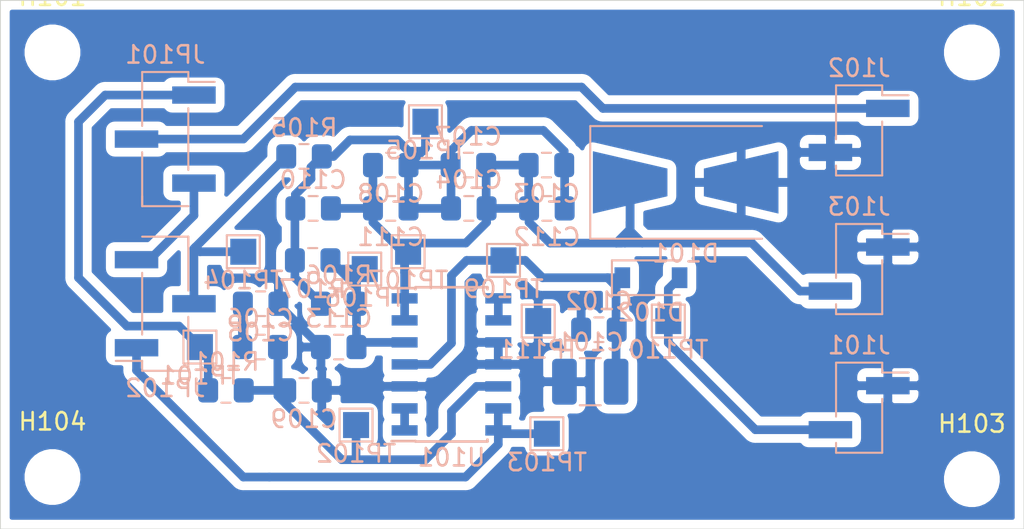
<source format=kicad_pcb>
(kicad_pcb (version 20171130) (host pcbnew "(5.1.0-62-ge5de787f8)")

  (general
    (thickness 1.6)
    (drawings 11)
    (tracks 153)
    (zones 0)
    (modules 39)
    (nets 16)
  )

  (page A4)
  (layers
    (0 F.Cu signal hide)
    (31 B.Cu signal)
    (32 B.Adhes user)
    (34 B.Paste user)
    (36 B.SilkS user hide)
    (38 B.Mask user)
    (40 Dwgs.User user)
    (41 Cmts.User user)
    (42 Eco1.User user)
    (43 Eco2.User user)
    (44 Edge.Cuts user)
    (45 Margin user)
    (46 B.CrtYd user)
    (47 F.CrtYd user)
    (48 B.Fab user)
  )

  (setup
    (last_trace_width 0.35)
    (user_trace_width 0.25)
    (user_trace_width 0.5)
    (user_trace_width 1)
    (trace_clearance 0.5)
    (zone_clearance 0.508)
    (zone_45_only no)
    (trace_min 0.2)
    (via_size 0.8)
    (via_drill 0.4)
    (via_min_size 0.4)
    (via_min_drill 0.3)
    (uvia_size 0.3)
    (uvia_drill 0.1)
    (uvias_allowed no)
    (uvia_min_size 0.2)
    (uvia_min_drill 0.1)
    (edge_width 0.05)
    (segment_width 0.2)
    (pcb_text_width 0.3)
    (pcb_text_size 1.5 1.5)
    (mod_edge_width 0.12)
    (mod_text_size 1 1)
    (mod_text_width 0.15)
    (pad_size 1.524 1.524)
    (pad_drill 0.762)
    (pad_to_mask_clearance 0.051)
    (solder_mask_min_width 0.25)
    (aux_axis_origin 0 0)
    (visible_elements FFFFFFFF)
    (pcbplotparams
      (layerselection 0x00000_fffffffe)
      (usegerberextensions false)
      (usegerberattributes false)
      (usegerberadvancedattributes false)
      (creategerberjobfile false)
      (excludeedgelayer true)
      (linewidth 0.100000)
      (plotframeref false)
      (viasonmask false)
      (mode 1)
      (useauxorigin false)
      (hpglpennumber 1)
      (hpglpenspeed 20)
      (hpglpendiameter 15.000000)
      (psnegative false)
      (psa4output false)
      (plotreference true)
      (plotvalue true)
      (plotinvisibletext false)
      (padsonsilk false)
      (subtractmaskfromsilk false)
      (outputformat 4)
      (mirror false)
      (drillshape 2)
      (scaleselection 1)
      (outputdirectory ""))
  )

  (net 0 "")
  (net 1 GND)
  (net 2 +5V)
  (net 3 "Net-(C103-Pad2)")
  (net 4 /OUTPUT)
  (net 5 "Net-(C105-Pad1)")
  (net 6 "Net-(C106-Pad1)")
  (net 7 "Net-(C113-Pad1)")
  (net 8 /INPUT)
  (net 9 "Net-(JP101-Pad1)")
  (net 10 /MIDDLE)
  (net 11 "Net-(JP101-Pad3)")
  (net 12 "Net-(D102-Pad2)")
  (net 13 "Net-(JP102-Pad1)")
  (net 14 "Net-(U101-Pad8)")
  (net 15 "Net-(U101-Pad1)")

  (net_class Default "This is the default net class."
    (clearance 0.5)
    (trace_width 0.35)
    (via_dia 0.8)
    (via_drill 0.4)
    (uvia_dia 0.3)
    (uvia_drill 0.1)
    (add_net /INPUT)
    (add_net /MIDDLE)
    (add_net /OUTPUT)
    (add_net "Net-(C103-Pad2)")
    (add_net "Net-(C105-Pad1)")
    (add_net "Net-(C106-Pad1)")
    (add_net "Net-(C113-Pad1)")
    (add_net "Net-(D102-Pad2)")
    (add_net "Net-(JP101-Pad1)")
    (add_net "Net-(JP101-Pad3)")
    (add_net "Net-(JP102-Pad1)")
    (add_net "Net-(U101-Pad1)")
    (add_net "Net-(U101-Pad8)")
  )

  (net_class PWR ""
    (clearance 0.5)
    (trace_width 0.35)
    (via_dia 0.8)
    (via_drill 0.4)
    (uvia_dia 0.3)
    (uvia_drill 0.1)
    (add_net +5V)
    (add_net GND)
  )

  (module Connector_PinHeader_2.54mm:PinHeader_1x02_P2.54mm_Vertical_SMD_Pin1Left (layer B.Cu) (tedit 59FED5CC) (tstamp 5CA3E2A2)
    (at 205.5 67.5 180)
    (descr "surface-mounted straight pin header, 1x02, 2.54mm pitch, single row, style 1 (pin 1 left)")
    (tags "Surface mounted pin header SMD 1x02 2.54mm single row style1 pin1 left")
    (path /5CA83904)
    (attr smd)
    (fp_text reference J103 (at 0 3.6 180) (layer B.SilkS)
      (effects (font (size 1 1) (thickness 0.15)) (justify mirror))
    )
    (fp_text value Conn_01x02_Female (at 0 -3.6 180) (layer B.Fab)
      (effects (font (size 1 1) (thickness 0.15)) (justify mirror))
    )
    (fp_line (start 1.27 -2.54) (end -1.27 -2.54) (layer B.Fab) (width 0.1))
    (fp_line (start -0.32 2.54) (end 1.27 2.54) (layer B.Fab) (width 0.1))
    (fp_line (start -1.27 -2.54) (end -1.27 1.59) (layer B.Fab) (width 0.1))
    (fp_line (start -1.27 1.59) (end -0.32 2.54) (layer B.Fab) (width 0.1))
    (fp_line (start 1.27 2.54) (end 1.27 -2.54) (layer B.Fab) (width 0.1))
    (fp_line (start -1.27 1.59) (end -2.54 1.59) (layer B.Fab) (width 0.1))
    (fp_line (start -2.54 1.59) (end -2.54 0.95) (layer B.Fab) (width 0.1))
    (fp_line (start -2.54 0.95) (end -1.27 0.95) (layer B.Fab) (width 0.1))
    (fp_line (start 1.27 -0.95) (end 2.54 -0.95) (layer B.Fab) (width 0.1))
    (fp_line (start 2.54 -0.95) (end 2.54 -1.59) (layer B.Fab) (width 0.1))
    (fp_line (start 2.54 -1.59) (end 1.27 -1.59) (layer B.Fab) (width 0.1))
    (fp_line (start -1.33 2.6) (end 1.33 2.6) (layer B.SilkS) (width 0.12))
    (fp_line (start -1.33 -2.6) (end 1.33 -2.6) (layer B.SilkS) (width 0.12))
    (fp_line (start 1.33 2.6) (end 1.33 -0.51) (layer B.SilkS) (width 0.12))
    (fp_line (start -1.33 2.03) (end -2.85 2.03) (layer B.SilkS) (width 0.12))
    (fp_line (start -1.33 2.6) (end -1.33 2.03) (layer B.SilkS) (width 0.12))
    (fp_line (start 1.33 -2.03) (end 1.33 -2.6) (layer B.SilkS) (width 0.12))
    (fp_line (start -1.33 0.51) (end -1.33 -2.6) (layer B.SilkS) (width 0.12))
    (fp_line (start -3.45 3.05) (end -3.45 -3.05) (layer B.CrtYd) (width 0.05))
    (fp_line (start -3.45 -3.05) (end 3.45 -3.05) (layer B.CrtYd) (width 0.05))
    (fp_line (start 3.45 -3.05) (end 3.45 3.05) (layer B.CrtYd) (width 0.05))
    (fp_line (start 3.45 3.05) (end -3.45 3.05) (layer B.CrtYd) (width 0.05))
    (fp_text user %R (at 0 0 90) (layer B.Fab)
      (effects (font (size 1 1) (thickness 0.15)) (justify mirror))
    )
    (pad 1 smd rect (at -1.655 1.27 180) (size 2.51 1) (layers B.Cu B.Paste B.Mask)
      (net 1 GND))
    (pad 2 smd rect (at 1.655 -1.27 180) (size 2.51 1) (layers B.Cu B.Paste B.Mask)
      (net 4 /OUTPUT))
    (model ${KISYS3DMOD}/Connector_PinHeader_2.54mm.3dshapes/PinHeader_1x02_P2.54mm_Vertical_SMD_Pin1Left.wrl
      (at (xyz 0 0 0))
      (scale (xyz 1 1 1))
      (rotate (xyz 0 0 0))
    )
  )

  (module Capacitor_SMD:C_0805_2012Metric_Pad1.15x1.40mm_HandSolder (layer B.Cu) (tedit 5B36C52B) (tstamp 5CA3E0D6)
    (at 173.5 74.5)
    (descr "Capacitor SMD 0805 (2012 Metric), square (rectangular) end terminal, IPC_7351 nominal with elongated pad for handsoldering. (Body size source: https://docs.google.com/spreadsheets/d/1BsfQQcO9C6DZCsRaXUlFlo91Tg2WpOkGARC1WS5S8t0/edit?usp=sharing), generated with kicad-footprint-generator")
    (tags "capacitor handsolder")
    (path /5CB0FB9C)
    (attr smd)
    (fp_text reference C109 (at 0 1.65) (layer B.SilkS)
      (effects (font (size 1 1) (thickness 0.15)) (justify mirror))
    )
    (fp_text value 100n (at 0 -1.65) (layer B.Fab)
      (effects (font (size 1 1) (thickness 0.15)) (justify mirror))
    )
    (fp_line (start -1 -0.6) (end -1 0.6) (layer B.Fab) (width 0.1))
    (fp_line (start -1 0.6) (end 1 0.6) (layer B.Fab) (width 0.1))
    (fp_line (start 1 0.6) (end 1 -0.6) (layer B.Fab) (width 0.1))
    (fp_line (start 1 -0.6) (end -1 -0.6) (layer B.Fab) (width 0.1))
    (fp_line (start -0.261252 0.71) (end 0.261252 0.71) (layer B.SilkS) (width 0.12))
    (fp_line (start -0.261252 -0.71) (end 0.261252 -0.71) (layer B.SilkS) (width 0.12))
    (fp_line (start -1.85 -0.95) (end -1.85 0.95) (layer B.CrtYd) (width 0.05))
    (fp_line (start -1.85 0.95) (end 1.85 0.95) (layer B.CrtYd) (width 0.05))
    (fp_line (start 1.85 0.95) (end 1.85 -0.95) (layer B.CrtYd) (width 0.05))
    (fp_line (start 1.85 -0.95) (end -1.85 -0.95) (layer B.CrtYd) (width 0.05))
    (fp_text user %R (at 0 0) (layer B.Fab)
      (effects (font (size 0.5 0.5) (thickness 0.08)) (justify mirror))
    )
    (pad 1 smd roundrect (at -1.025 0) (size 1.15 1.4) (layers B.Cu B.Paste B.Mask) (roundrect_rratio 0.217391)
      (net 6 "Net-(C106-Pad1)"))
    (pad 2 smd roundrect (at 1.025 0) (size 1.15 1.4) (layers B.Cu B.Paste B.Mask) (roundrect_rratio 0.217391)
      (net 1 GND))
    (model ${KISYS3DMOD}/Capacitor_SMD.3dshapes/C_0805_2012Metric.wrl
      (at (xyz 0 0 0))
      (scale (xyz 1 1 1))
      (rotate (xyz 0 0 0))
    )
  )

  (module Capacitor_SMD:C_0805_2012Metric_Pad1.15x1.40mm_HandSolder (layer B.Cu) (tedit 5B36C52B) (tstamp 5CA3E1EA)
    (at 171 69.5)
    (descr "Capacitor SMD 0805 (2012 Metric), square (rectangular) end terminal, IPC_7351 nominal with elongated pad for handsoldering. (Body size source: https://docs.google.com/spreadsheets/d/1BsfQQcO9C6DZCsRaXUlFlo91Tg2WpOkGARC1WS5S8t0/edit?usp=sharing), generated with kicad-footprint-generator")
    (tags "capacitor handsolder")
    (path /5CB0ECD8)
    (attr smd)
    (fp_text reference C105 (at 0 1.65) (layer B.SilkS)
      (effects (font (size 1 1) (thickness 0.15)) (justify mirror))
    )
    (fp_text value 100n (at 0 -1.65) (layer B.Fab)
      (effects (font (size 1 1) (thickness 0.15)) (justify mirror))
    )
    (fp_line (start -1 -0.6) (end -1 0.6) (layer B.Fab) (width 0.1))
    (fp_line (start -1 0.6) (end 1 0.6) (layer B.Fab) (width 0.1))
    (fp_line (start 1 0.6) (end 1 -0.6) (layer B.Fab) (width 0.1))
    (fp_line (start 1 -0.6) (end -1 -0.6) (layer B.Fab) (width 0.1))
    (fp_line (start -0.261252 0.71) (end 0.261252 0.71) (layer B.SilkS) (width 0.12))
    (fp_line (start -0.261252 -0.71) (end 0.261252 -0.71) (layer B.SilkS) (width 0.12))
    (fp_line (start -1.85 -0.95) (end -1.85 0.95) (layer B.CrtYd) (width 0.05))
    (fp_line (start -1.85 0.95) (end 1.85 0.95) (layer B.CrtYd) (width 0.05))
    (fp_line (start 1.85 0.95) (end 1.85 -0.95) (layer B.CrtYd) (width 0.05))
    (fp_line (start 1.85 -0.95) (end -1.85 -0.95) (layer B.CrtYd) (width 0.05))
    (fp_text user %R (at 0 0) (layer B.Fab)
      (effects (font (size 0.5 0.5) (thickness 0.08)) (justify mirror))
    )
    (pad 1 smd roundrect (at -1.025 0) (size 1.15 1.4) (layers B.Cu B.Paste B.Mask) (roundrect_rratio 0.217391)
      (net 5 "Net-(C105-Pad1)"))
    (pad 2 smd roundrect (at 1.025 0) (size 1.15 1.4) (layers B.Cu B.Paste B.Mask) (roundrect_rratio 0.217391)
      (net 1 GND))
    (model ${KISYS3DMOD}/Capacitor_SMD.3dshapes/C_0805_2012Metric.wrl
      (at (xyz 0 0 0))
      (scale (xyz 1 1 1))
      (rotate (xyz 0 0 0))
    )
  )

  (module Capacitor_SMD:C_0805_2012Metric_Pad1.15x1.40mm_HandSolder (layer B.Cu) (tedit 5B36C52B) (tstamp 5CA3E251)
    (at 170.975 72 180)
    (descr "Capacitor SMD 0805 (2012 Metric), square (rectangular) end terminal, IPC_7351 nominal with elongated pad for handsoldering. (Body size source: https://docs.google.com/spreadsheets/d/1BsfQQcO9C6DZCsRaXUlFlo91Tg2WpOkGARC1WS5S8t0/edit?usp=sharing), generated with kicad-footprint-generator")
    (tags "capacitor handsolder")
    (path /5CA609C2)
    (attr smd)
    (fp_text reference C106 (at 0 1.65 180) (layer B.SilkS)
      (effects (font (size 1 1) (thickness 0.15)) (justify mirror))
    )
    (fp_text value 100n (at 0 -1.65 180) (layer B.Fab)
      (effects (font (size 1 1) (thickness 0.15)) (justify mirror))
    )
    (fp_line (start -1 -0.6) (end -1 0.6) (layer B.Fab) (width 0.1))
    (fp_line (start -1 0.6) (end 1 0.6) (layer B.Fab) (width 0.1))
    (fp_line (start 1 0.6) (end 1 -0.6) (layer B.Fab) (width 0.1))
    (fp_line (start 1 -0.6) (end -1 -0.6) (layer B.Fab) (width 0.1))
    (fp_line (start -0.261252 0.71) (end 0.261252 0.71) (layer B.SilkS) (width 0.12))
    (fp_line (start -0.261252 -0.71) (end 0.261252 -0.71) (layer B.SilkS) (width 0.12))
    (fp_line (start -1.85 -0.95) (end -1.85 0.95) (layer B.CrtYd) (width 0.05))
    (fp_line (start -1.85 0.95) (end 1.85 0.95) (layer B.CrtYd) (width 0.05))
    (fp_line (start 1.85 0.95) (end 1.85 -0.95) (layer B.CrtYd) (width 0.05))
    (fp_line (start 1.85 -0.95) (end -1.85 -0.95) (layer B.CrtYd) (width 0.05))
    (fp_text user %R (at 0 0 180) (layer B.Fab)
      (effects (font (size 0.5 0.5) (thickness 0.08)) (justify mirror))
    )
    (pad 1 smd roundrect (at -1.025 0 180) (size 1.15 1.4) (layers B.Cu B.Paste B.Mask) (roundrect_rratio 0.217391)
      (net 6 "Net-(C106-Pad1)"))
    (pad 2 smd roundrect (at 1.025 0 180) (size 1.15 1.4) (layers B.Cu B.Paste B.Mask) (roundrect_rratio 0.217391)
      (net 5 "Net-(C105-Pad1)"))
    (model ${KISYS3DMOD}/Capacitor_SMD.3dshapes/C_0805_2012Metric.wrl
      (at (xyz 0 0 0))
      (scale (xyz 1 1 1))
      (rotate (xyz 0 0 0))
    )
  )

  (module Connector_PinHeader_2.54mm:PinHeader_1x03_P2.54mm_Vertical_SMD_Pin1Left (layer B.Cu) (tedit 59FED5CC) (tstamp 5CA3E033)
    (at 165.5 69.5)
    (descr "surface-mounted straight pin header, 1x03, 2.54mm pitch, single row, style 1 (pin 1 left)")
    (tags "Surface mounted pin header SMD 1x03 2.54mm single row style1 pin1 left")
    (path /5CA2762A)
    (attr smd)
    (fp_text reference JP102 (at 0 4.87) (layer B.SilkS)
      (effects (font (size 1 1) (thickness 0.15)) (justify mirror))
    )
    (fp_text value SolderJumper_3_Open (at 0 -4.87) (layer B.Fab)
      (effects (font (size 1 1) (thickness 0.15)) (justify mirror))
    )
    (fp_line (start 1.27 -3.81) (end -1.27 -3.81) (layer B.Fab) (width 0.1))
    (fp_line (start -0.32 3.81) (end 1.27 3.81) (layer B.Fab) (width 0.1))
    (fp_line (start -1.27 -3.81) (end -1.27 2.86) (layer B.Fab) (width 0.1))
    (fp_line (start -1.27 2.86) (end -0.32 3.81) (layer B.Fab) (width 0.1))
    (fp_line (start 1.27 3.81) (end 1.27 -3.81) (layer B.Fab) (width 0.1))
    (fp_line (start -1.27 2.86) (end -2.54 2.86) (layer B.Fab) (width 0.1))
    (fp_line (start -2.54 2.86) (end -2.54 2.22) (layer B.Fab) (width 0.1))
    (fp_line (start -2.54 2.22) (end -1.27 2.22) (layer B.Fab) (width 0.1))
    (fp_line (start -1.27 -2.22) (end -2.54 -2.22) (layer B.Fab) (width 0.1))
    (fp_line (start -2.54 -2.22) (end -2.54 -2.86) (layer B.Fab) (width 0.1))
    (fp_line (start -2.54 -2.86) (end -1.27 -2.86) (layer B.Fab) (width 0.1))
    (fp_line (start 1.27 0.32) (end 2.54 0.32) (layer B.Fab) (width 0.1))
    (fp_line (start 2.54 0.32) (end 2.54 -0.32) (layer B.Fab) (width 0.1))
    (fp_line (start 2.54 -0.32) (end 1.27 -0.32) (layer B.Fab) (width 0.1))
    (fp_line (start -1.33 3.87) (end 1.33 3.87) (layer B.SilkS) (width 0.12))
    (fp_line (start -1.33 -3.87) (end 1.33 -3.87) (layer B.SilkS) (width 0.12))
    (fp_line (start 1.33 3.87) (end 1.33 0.76) (layer B.SilkS) (width 0.12))
    (fp_line (start -1.33 3.3) (end -2.85 3.3) (layer B.SilkS) (width 0.12))
    (fp_line (start -1.33 3.87) (end -1.33 3.3) (layer B.SilkS) (width 0.12))
    (fp_line (start 1.33 -3.3) (end 1.33 -3.87) (layer B.SilkS) (width 0.12))
    (fp_line (start 1.33 -0.76) (end 1.33 -3.87) (layer B.SilkS) (width 0.12))
    (fp_line (start -1.33 1.78) (end -1.33 -1.78) (layer B.SilkS) (width 0.12))
    (fp_line (start -3.45 4.35) (end -3.45 -4.35) (layer B.CrtYd) (width 0.05))
    (fp_line (start -3.45 -4.35) (end 3.45 -4.35) (layer B.CrtYd) (width 0.05))
    (fp_line (start 3.45 -4.35) (end 3.45 4.35) (layer B.CrtYd) (width 0.05))
    (fp_line (start 3.45 4.35) (end -3.45 4.35) (layer B.CrtYd) (width 0.05))
    (fp_text user %R (at 0 0 -90) (layer B.Fab)
      (effects (font (size 1 1) (thickness 0.15)) (justify mirror))
    )
    (pad 1 smd rect (at -1.655 2.54) (size 2.51 1) (layers B.Cu B.Paste B.Mask)
      (net 13 "Net-(JP102-Pad1)"))
    (pad 3 smd rect (at -1.655 -2.54) (size 2.51 1) (layers B.Cu B.Paste B.Mask)
      (net 11 "Net-(JP101-Pad3)"))
    (pad 2 smd rect (at 1.655 0) (size 2.51 1) (layers B.Cu B.Paste B.Mask)
      (net 10 /MIDDLE))
    (model ${KISYS3DMOD}/Connector_PinHeader_2.54mm.3dshapes/PinHeader_1x03_P2.54mm_Vertical_SMD_Pin1Left.wrl
      (at (xyz 0 0 0))
      (scale (xyz 1 1 1))
      (rotate (xyz 0 0 0))
    )
  )

  (module Package_SO:SOIC-14_3.9x8.7mm_P1.27mm (layer B.Cu) (tedit 5A02F2D3) (tstamp 5CA455AF)
    (at 182 73)
    (descr "14-Lead Plastic Small Outline (SL) - Narrow, 3.90 mm Body [SOIC] (see Microchip Packaging Specification 00000049BS.pdf)")
    (tags "SOIC 1.27")
    (path /5CAAA3A9)
    (attr smd)
    (fp_text reference U101 (at 0 5.375) (layer B.SilkS)
      (effects (font (size 1 1) (thickness 0.15)) (justify mirror))
    )
    (fp_text value LM324 (at 0 -5.375) (layer B.Fab)
      (effects (font (size 1 1) (thickness 0.15)) (justify mirror))
    )
    (fp_line (start -2.075 4.425) (end -3.45 4.425) (layer B.SilkS) (width 0.15))
    (fp_line (start -2.075 -4.45) (end 2.075 -4.45) (layer B.SilkS) (width 0.15))
    (fp_line (start -2.075 4.45) (end 2.075 4.45) (layer B.SilkS) (width 0.15))
    (fp_line (start -2.075 -4.45) (end -2.075 -4.335) (layer B.SilkS) (width 0.15))
    (fp_line (start 2.075 -4.45) (end 2.075 -4.335) (layer B.SilkS) (width 0.15))
    (fp_line (start 2.075 4.45) (end 2.075 4.335) (layer B.SilkS) (width 0.15))
    (fp_line (start -2.075 4.45) (end -2.075 4.425) (layer B.SilkS) (width 0.15))
    (fp_line (start -3.7 -4.65) (end 3.7 -4.65) (layer B.CrtYd) (width 0.05))
    (fp_line (start -3.7 4.65) (end 3.7 4.65) (layer B.CrtYd) (width 0.05))
    (fp_line (start 3.7 4.65) (end 3.7 -4.65) (layer B.CrtYd) (width 0.05))
    (fp_line (start -3.7 4.65) (end -3.7 -4.65) (layer B.CrtYd) (width 0.05))
    (fp_line (start -1.95 3.35) (end -0.95 4.35) (layer B.Fab) (width 0.15))
    (fp_line (start -1.95 -4.35) (end -1.95 3.35) (layer B.Fab) (width 0.15))
    (fp_line (start 1.95 -4.35) (end -1.95 -4.35) (layer B.Fab) (width 0.15))
    (fp_line (start 1.95 4.35) (end 1.95 -4.35) (layer B.Fab) (width 0.15))
    (fp_line (start -0.95 4.35) (end 1.95 4.35) (layer B.Fab) (width 0.15))
    (fp_text user %R (at 0 0) (layer B.Fab)
      (effects (font (size 0.9 0.9) (thickness 0.135)) (justify mirror))
    )
    (pad 14 smd rect (at 2.7 3.81) (size 1.5 0.6) (layers B.Cu B.Paste B.Mask)
      (net 13 "Net-(JP102-Pad1)"))
    (pad 13 smd rect (at 2.7 2.54) (size 1.5 0.6) (layers B.Cu B.Paste B.Mask)
      (net 13 "Net-(JP102-Pad1)"))
    (pad 12 smd rect (at 2.7 1.27) (size 1.5 0.6) (layers B.Cu B.Paste B.Mask)
      (net 6 "Net-(C106-Pad1)"))
    (pad 11 smd rect (at 2.7 0) (size 1.5 0.6) (layers B.Cu B.Paste B.Mask)
      (net 1 GND))
    (pad 10 smd rect (at 2.7 -1.27) (size 1.5 0.6) (layers B.Cu B.Paste B.Mask)
      (net 1 GND))
    (pad 9 smd rect (at 2.7 -2.54) (size 1.5 0.6) (layers B.Cu B.Paste B.Mask)
      (net 14 "Net-(U101-Pad8)"))
    (pad 8 smd rect (at 2.7 -3.81) (size 1.5 0.6) (layers B.Cu B.Paste B.Mask)
      (net 14 "Net-(U101-Pad8)"))
    (pad 7 smd rect (at -2.7 -3.81) (size 1.5 0.6) (layers B.Cu B.Paste B.Mask)
      (net 4 /OUTPUT))
    (pad 6 smd rect (at -2.7 -2.54) (size 1.5 0.6) (layers B.Cu B.Paste B.Mask)
      (net 4 /OUTPUT))
    (pad 5 smd rect (at -2.7 -1.27) (size 1.5 0.6) (layers B.Cu B.Paste B.Mask)
      (net 7 "Net-(C113-Pad1)"))
    (pad 4 smd rect (at -2.7 0) (size 1.5 0.6) (layers B.Cu B.Paste B.Mask)
      (net 2 +5V))
    (pad 3 smd rect (at -2.7 1.27) (size 1.5 0.6) (layers B.Cu B.Paste B.Mask)
      (net 1 GND))
    (pad 2 smd rect (at -2.7 2.54) (size 1.5 0.6) (layers B.Cu B.Paste B.Mask)
      (net 15 "Net-(U101-Pad1)"))
    (pad 1 smd rect (at -2.7 3.81) (size 1.5 0.6) (layers B.Cu B.Paste B.Mask)
      (net 15 "Net-(U101-Pad1)"))
    (model ${KISYS3DMOD}/Package_SO.3dshapes/SOIC-14_3.9x8.7mm_P1.27mm.wrl
      (at (xyz 0 0 0))
      (scale (xyz 1 1 1))
      (rotate (xyz 0 0 0))
    )
  )

  (module TestPoint:TestPoint_Pad_1.5x1.5mm (layer B.Cu) (tedit 5A0F774F) (tstamp 5CA3E35F)
    (at 185 67)
    (descr "SMD rectangular pad as test Point, square 1.5mm side length")
    (tags "test point SMD pad rectangle square")
    (path /5CBCA3DC)
    (attr virtual)
    (fp_text reference TP109 (at 0 1.648) (layer B.SilkS)
      (effects (font (size 1 1) (thickness 0.15)) (justify mirror))
    )
    (fp_text value TestPoint (at 0 -1.75) (layer B.Fab)
      (effects (font (size 1 1) (thickness 0.15)) (justify mirror))
    )
    (fp_text user %R (at 0 1.65) (layer B.Fab)
      (effects (font (size 1 1) (thickness 0.15)) (justify mirror))
    )
    (fp_line (start -0.95 0.95) (end 0.95 0.95) (layer B.SilkS) (width 0.12))
    (fp_line (start 0.95 0.95) (end 0.95 -0.95) (layer B.SilkS) (width 0.12))
    (fp_line (start 0.95 -0.95) (end -0.95 -0.95) (layer B.SilkS) (width 0.12))
    (fp_line (start -0.95 -0.95) (end -0.95 0.95) (layer B.SilkS) (width 0.12))
    (fp_line (start -1.25 1.25) (end 1.25 1.25) (layer B.CrtYd) (width 0.05))
    (fp_line (start -1.25 1.25) (end -1.25 -1.25) (layer B.CrtYd) (width 0.05))
    (fp_line (start 1.25 -1.25) (end 1.25 1.25) (layer B.CrtYd) (width 0.05))
    (fp_line (start 1.25 -1.25) (end -1.25 -1.25) (layer B.CrtYd) (width 0.05))
    (pad 1 smd rect (at 0 0) (size 1.5 1.5) (layers B.Cu B.Mask)
      (net 2 +5V))
  )

  (module Diode_SMD:D_SOD-123 (layer B.Cu) (tedit 58645DC7) (tstamp 5CA3E2F7)
    (at 193.5 68)
    (descr SOD-123)
    (tags SOD-123)
    (path /5CBBDCB4)
    (attr smd)
    (fp_text reference D102 (at 0 2) (layer B.SilkS)
      (effects (font (size 1 1) (thickness 0.15)) (justify mirror))
    )
    (fp_text value 1N4148W (at 0 -2.1) (layer B.Fab)
      (effects (font (size 1 1) (thickness 0.15)) (justify mirror))
    )
    (fp_text user %R (at 0 2) (layer B.Fab)
      (effects (font (size 1 1) (thickness 0.15)) (justify mirror))
    )
    (fp_line (start -2.25 1) (end -2.25 -1) (layer B.SilkS) (width 0.12))
    (fp_line (start 0.25 0) (end 0.75 0) (layer B.Fab) (width 0.1))
    (fp_line (start 0.25 -0.4) (end -0.35 0) (layer B.Fab) (width 0.1))
    (fp_line (start 0.25 0.4) (end 0.25 -0.4) (layer B.Fab) (width 0.1))
    (fp_line (start -0.35 0) (end 0.25 0.4) (layer B.Fab) (width 0.1))
    (fp_line (start -0.35 0) (end -0.35 -0.55) (layer B.Fab) (width 0.1))
    (fp_line (start -0.35 0) (end -0.35 0.55) (layer B.Fab) (width 0.1))
    (fp_line (start -0.75 0) (end -0.35 0) (layer B.Fab) (width 0.1))
    (fp_line (start -1.4 -0.9) (end -1.4 0.9) (layer B.Fab) (width 0.1))
    (fp_line (start 1.4 -0.9) (end -1.4 -0.9) (layer B.Fab) (width 0.1))
    (fp_line (start 1.4 0.9) (end 1.4 -0.9) (layer B.Fab) (width 0.1))
    (fp_line (start -1.4 0.9) (end 1.4 0.9) (layer B.Fab) (width 0.1))
    (fp_line (start -2.35 1.15) (end 2.35 1.15) (layer B.CrtYd) (width 0.05))
    (fp_line (start 2.35 1.15) (end 2.35 -1.15) (layer B.CrtYd) (width 0.05))
    (fp_line (start 2.35 -1.15) (end -2.35 -1.15) (layer B.CrtYd) (width 0.05))
    (fp_line (start -2.35 1.15) (end -2.35 -1.15) (layer B.CrtYd) (width 0.05))
    (fp_line (start -2.25 -1) (end 1.65 -1) (layer B.SilkS) (width 0.12))
    (fp_line (start -2.25 1) (end 1.65 1) (layer B.SilkS) (width 0.12))
    (pad 1 smd rect (at -1.65 0) (size 0.9 1.2) (layers B.Cu B.Paste B.Mask)
      (net 2 +5V))
    (pad 2 smd rect (at 1.65 0) (size 0.9 1.2) (layers B.Cu B.Paste B.Mask)
      (net 12 "Net-(D102-Pad2)"))
    (model ${KISYS3DMOD}/Diode_SMD.3dshapes/D_SOD-123.wrl
      (at (xyz 0 0 0))
      (scale (xyz 1 1 1))
      (rotate (xyz 0 0 0))
    )
  )

  (module Capacitor_SMD:C_1210_3225Metric_Pad1.42x2.65mm_HandSolder (layer B.Cu) (tedit 5B301BBE) (tstamp 5CA3E2E7)
    (at 190 74 180)
    (descr "Capacitor SMD 1210 (3225 Metric), square (rectangular) end terminal, IPC_7351 nominal with elongated pad for handsoldering. (Body size source: http://www.tortai-tech.com/upload/download/2011102023233369053.pdf), generated with kicad-footprint-generator")
    (tags "capacitor handsolder")
    (path /5CBBBC42)
    (attr smd)
    (fp_text reference C101 (at 0 2.28 180) (layer B.SilkS)
      (effects (font (size 1 1) (thickness 0.15)) (justify mirror))
    )
    (fp_text value 10u (at 0 -2.28 180) (layer B.Fab)
      (effects (font (size 1 1) (thickness 0.15)) (justify mirror))
    )
    (fp_line (start -1.6 -1.25) (end -1.6 1.25) (layer B.Fab) (width 0.1))
    (fp_line (start -1.6 1.25) (end 1.6 1.25) (layer B.Fab) (width 0.1))
    (fp_line (start 1.6 1.25) (end 1.6 -1.25) (layer B.Fab) (width 0.1))
    (fp_line (start 1.6 -1.25) (end -1.6 -1.25) (layer B.Fab) (width 0.1))
    (fp_line (start -0.602064 1.36) (end 0.602064 1.36) (layer B.SilkS) (width 0.12))
    (fp_line (start -0.602064 -1.36) (end 0.602064 -1.36) (layer B.SilkS) (width 0.12))
    (fp_line (start -2.45 -1.58) (end -2.45 1.58) (layer B.CrtYd) (width 0.05))
    (fp_line (start -2.45 1.58) (end 2.45 1.58) (layer B.CrtYd) (width 0.05))
    (fp_line (start 2.45 1.58) (end 2.45 -1.58) (layer B.CrtYd) (width 0.05))
    (fp_line (start 2.45 -1.58) (end -2.45 -1.58) (layer B.CrtYd) (width 0.05))
    (fp_text user %R (at 0 0 180) (layer B.Fab)
      (effects (font (size 0.8 0.8) (thickness 0.12)) (justify mirror))
    )
    (pad 1 smd roundrect (at -1.4875 0 180) (size 1.425 2.65) (layers B.Cu B.Paste B.Mask) (roundrect_rratio 0.175439)
      (net 2 +5V))
    (pad 2 smd roundrect (at 1.4875 0 180) (size 1.425 2.65) (layers B.Cu B.Paste B.Mask) (roundrect_rratio 0.175439)
      (net 1 GND))
    (model ${KISYS3DMOD}/Capacitor_SMD.3dshapes/C_1210_3225Metric.wrl
      (at (xyz 0 0 0))
      (scale (xyz 1 1 1))
      (rotate (xyz 0 0 0))
    )
  )

  (module TestPoint:TestPoint_Pad_1.5x1.5mm (layer B.Cu) (tedit 5A0F774F) (tstamp 5CA3E2D8)
    (at 187 70.5)
    (descr "SMD rectangular pad as test Point, square 1.5mm side length")
    (tags "test point SMD pad rectangle square")
    (path /5CBCDB18)
    (attr virtual)
    (fp_text reference TP111 (at 0 1.648) (layer B.SilkS)
      (effects (font (size 1 1) (thickness 0.15)) (justify mirror))
    )
    (fp_text value TestPoint (at 0 -1.75) (layer B.Fab)
      (effects (font (size 1 1) (thickness 0.15)) (justify mirror))
    )
    (fp_text user %R (at 0 1.65) (layer B.Fab)
      (effects (font (size 1 1) (thickness 0.15)) (justify mirror))
    )
    (fp_line (start -0.95 0.95) (end 0.95 0.95) (layer B.SilkS) (width 0.12))
    (fp_line (start 0.95 0.95) (end 0.95 -0.95) (layer B.SilkS) (width 0.12))
    (fp_line (start 0.95 -0.95) (end -0.95 -0.95) (layer B.SilkS) (width 0.12))
    (fp_line (start -0.95 -0.95) (end -0.95 0.95) (layer B.SilkS) (width 0.12))
    (fp_line (start -1.25 1.25) (end 1.25 1.25) (layer B.CrtYd) (width 0.05))
    (fp_line (start -1.25 1.25) (end -1.25 -1.25) (layer B.CrtYd) (width 0.05))
    (fp_line (start 1.25 -1.25) (end 1.25 1.25) (layer B.CrtYd) (width 0.05))
    (fp_line (start 1.25 -1.25) (end -1.25 -1.25) (layer B.CrtYd) (width 0.05))
    (pad 1 smd rect (at 0 0) (size 1.5 1.5) (layers B.Cu B.Mask)
      (net 1 GND))
  )

  (module Capacitor_SMD:C_0805_2012Metric_Pad1.15x1.40mm_HandSolder (layer B.Cu) (tedit 5B36C52B) (tstamp 5CA3E2C0)
    (at 190.5 71 180)
    (descr "Capacitor SMD 0805 (2012 Metric), square (rectangular) end terminal, IPC_7351 nominal with elongated pad for handsoldering. (Body size source: https://docs.google.com/spreadsheets/d/1BsfQQcO9C6DZCsRaXUlFlo91Tg2WpOkGARC1WS5S8t0/edit?usp=sharing), generated with kicad-footprint-generator")
    (tags "capacitor handsolder")
    (path /5CAAC8E2)
    (attr smd)
    (fp_text reference C102 (at 0 1.65 180) (layer B.SilkS)
      (effects (font (size 1 1) (thickness 0.15)) (justify mirror))
    )
    (fp_text value 100n (at 0 -1.65 180) (layer B.Fab)
      (effects (font (size 1 1) (thickness 0.15)) (justify mirror))
    )
    (fp_line (start -1 -0.6) (end -1 0.6) (layer B.Fab) (width 0.1))
    (fp_line (start -1 0.6) (end 1 0.6) (layer B.Fab) (width 0.1))
    (fp_line (start 1 0.6) (end 1 -0.6) (layer B.Fab) (width 0.1))
    (fp_line (start 1 -0.6) (end -1 -0.6) (layer B.Fab) (width 0.1))
    (fp_line (start -0.261252 0.71) (end 0.261252 0.71) (layer B.SilkS) (width 0.12))
    (fp_line (start -0.261252 -0.71) (end 0.261252 -0.71) (layer B.SilkS) (width 0.12))
    (fp_line (start -1.85 -0.95) (end -1.85 0.95) (layer B.CrtYd) (width 0.05))
    (fp_line (start -1.85 0.95) (end 1.85 0.95) (layer B.CrtYd) (width 0.05))
    (fp_line (start 1.85 0.95) (end 1.85 -0.95) (layer B.CrtYd) (width 0.05))
    (fp_line (start 1.85 -0.95) (end -1.85 -0.95) (layer B.CrtYd) (width 0.05))
    (fp_text user %R (at 0 0 180) (layer B.Fab)
      (effects (font (size 0.5 0.5) (thickness 0.08)) (justify mirror))
    )
    (pad 1 smd roundrect (at -1.025 0 180) (size 1.15 1.4) (layers B.Cu B.Paste B.Mask) (roundrect_rratio 0.217391)
      (net 2 +5V))
    (pad 2 smd roundrect (at 1.025 0 180) (size 1.15 1.4) (layers B.Cu B.Paste B.Mask) (roundrect_rratio 0.217391)
      (net 1 GND))
    (model ${KISYS3DMOD}/Capacitor_SMD.3dshapes/C_0805_2012Metric.wrl
      (at (xyz 0 0 0))
      (scale (xyz 1 1 1))
      (rotate (xyz 0 0 0))
    )
  )

  (module Connector_PinHeader_2.54mm:PinHeader_1x03_P2.54mm_Vertical_SMD_Pin1Left (layer B.Cu) (tedit 59FED5CC) (tstamp 5CA3E281)
    (at 165.5 60 180)
    (descr "surface-mounted straight pin header, 1x03, 2.54mm pitch, single row, style 1 (pin 1 left)")
    (tags "Surface mounted pin header SMD 1x03 2.54mm single row style1 pin1 left")
    (path /5CA28CFD)
    (attr smd)
    (fp_text reference JP101 (at 0 4.87 180) (layer B.SilkS)
      (effects (font (size 1 1) (thickness 0.15)) (justify mirror))
    )
    (fp_text value SolderJumper_3_Open (at 0 -4.87 180) (layer B.Fab)
      (effects (font (size 1 1) (thickness 0.15)) (justify mirror))
    )
    (fp_line (start 1.27 -3.81) (end -1.27 -3.81) (layer B.Fab) (width 0.1))
    (fp_line (start -0.32 3.81) (end 1.27 3.81) (layer B.Fab) (width 0.1))
    (fp_line (start -1.27 -3.81) (end -1.27 2.86) (layer B.Fab) (width 0.1))
    (fp_line (start -1.27 2.86) (end -0.32 3.81) (layer B.Fab) (width 0.1))
    (fp_line (start 1.27 3.81) (end 1.27 -3.81) (layer B.Fab) (width 0.1))
    (fp_line (start -1.27 2.86) (end -2.54 2.86) (layer B.Fab) (width 0.1))
    (fp_line (start -2.54 2.86) (end -2.54 2.22) (layer B.Fab) (width 0.1))
    (fp_line (start -2.54 2.22) (end -1.27 2.22) (layer B.Fab) (width 0.1))
    (fp_line (start -1.27 -2.22) (end -2.54 -2.22) (layer B.Fab) (width 0.1))
    (fp_line (start -2.54 -2.22) (end -2.54 -2.86) (layer B.Fab) (width 0.1))
    (fp_line (start -2.54 -2.86) (end -1.27 -2.86) (layer B.Fab) (width 0.1))
    (fp_line (start 1.27 0.32) (end 2.54 0.32) (layer B.Fab) (width 0.1))
    (fp_line (start 2.54 0.32) (end 2.54 -0.32) (layer B.Fab) (width 0.1))
    (fp_line (start 2.54 -0.32) (end 1.27 -0.32) (layer B.Fab) (width 0.1))
    (fp_line (start -1.33 3.87) (end 1.33 3.87) (layer B.SilkS) (width 0.12))
    (fp_line (start -1.33 -3.87) (end 1.33 -3.87) (layer B.SilkS) (width 0.12))
    (fp_line (start 1.33 3.87) (end 1.33 0.76) (layer B.SilkS) (width 0.12))
    (fp_line (start -1.33 3.3) (end -2.85 3.3) (layer B.SilkS) (width 0.12))
    (fp_line (start -1.33 3.87) (end -1.33 3.3) (layer B.SilkS) (width 0.12))
    (fp_line (start 1.33 -3.3) (end 1.33 -3.87) (layer B.SilkS) (width 0.12))
    (fp_line (start 1.33 -0.76) (end 1.33 -3.87) (layer B.SilkS) (width 0.12))
    (fp_line (start -1.33 1.78) (end -1.33 -1.78) (layer B.SilkS) (width 0.12))
    (fp_line (start -3.45 4.35) (end -3.45 -4.35) (layer B.CrtYd) (width 0.05))
    (fp_line (start -3.45 -4.35) (end 3.45 -4.35) (layer B.CrtYd) (width 0.05))
    (fp_line (start 3.45 -4.35) (end 3.45 4.35) (layer B.CrtYd) (width 0.05))
    (fp_line (start 3.45 4.35) (end -3.45 4.35) (layer B.CrtYd) (width 0.05))
    (fp_text user %R (at 0 0 90) (layer B.Fab)
      (effects (font (size 1 1) (thickness 0.15)) (justify mirror))
    )
    (pad 1 smd rect (at -1.655 2.54 180) (size 2.51 1) (layers B.Cu B.Paste B.Mask)
      (net 9 "Net-(JP101-Pad1)"))
    (pad 3 smd rect (at -1.655 -2.54 180) (size 2.51 1) (layers B.Cu B.Paste B.Mask)
      (net 11 "Net-(JP101-Pad3)"))
    (pad 2 smd rect (at 1.655 0 180) (size 2.51 1) (layers B.Cu B.Paste B.Mask)
      (net 8 /INPUT))
    (model ${KISYS3DMOD}/Connector_PinHeader_2.54mm.3dshapes/PinHeader_1x03_P2.54mm_Vertical_SMD_Pin1Left.wrl
      (at (xyz 0 0 0))
      (scale (xyz 1 1 1))
      (rotate (xyz 0 0 0))
    )
  )

  (module Resistor_SMD:R_0805_2012Metric_Pad1.15x1.40mm_HandSolder (layer B.Cu) (tedit 5B36C52B) (tstamp 5CA3E271)
    (at 169 74.5 180)
    (descr "Resistor SMD 0805 (2012 Metric), square (rectangular) end terminal, IPC_7351 nominal with elongated pad for handsoldering. (Body size source: https://docs.google.com/spreadsheets/d/1BsfQQcO9C6DZCsRaXUlFlo91Tg2WpOkGARC1WS5S8t0/edit?usp=sharing), generated with kicad-footprint-generator")
    (tags "resistor handsolder")
    (path /5CA60BF7)
    (attr smd)
    (fp_text reference R101 (at 0 1.65 180) (layer B.SilkS)
      (effects (font (size 1 1) (thickness 0.15)) (justify mirror))
    )
    (fp_text value 10k (at 0 -1.65 180) (layer B.Fab)
      (effects (font (size 1 1) (thickness 0.15)) (justify mirror))
    )
    (fp_line (start -1 -0.6) (end -1 0.6) (layer B.Fab) (width 0.1))
    (fp_line (start -1 0.6) (end 1 0.6) (layer B.Fab) (width 0.1))
    (fp_line (start 1 0.6) (end 1 -0.6) (layer B.Fab) (width 0.1))
    (fp_line (start 1 -0.6) (end -1 -0.6) (layer B.Fab) (width 0.1))
    (fp_line (start -0.261252 0.71) (end 0.261252 0.71) (layer B.SilkS) (width 0.12))
    (fp_line (start -0.261252 -0.71) (end 0.261252 -0.71) (layer B.SilkS) (width 0.12))
    (fp_line (start -1.85 -0.95) (end -1.85 0.95) (layer B.CrtYd) (width 0.05))
    (fp_line (start -1.85 0.95) (end 1.85 0.95) (layer B.CrtYd) (width 0.05))
    (fp_line (start 1.85 0.95) (end 1.85 -0.95) (layer B.CrtYd) (width 0.05))
    (fp_line (start 1.85 -0.95) (end -1.85 -0.95) (layer B.CrtYd) (width 0.05))
    (fp_text user %R (at 0 0 180) (layer B.Fab)
      (effects (font (size 0.5 0.5) (thickness 0.08)) (justify mirror))
    )
    (pad 1 smd roundrect (at -1.025 0 180) (size 1.15 1.4) (layers B.Cu B.Paste B.Mask) (roundrect_rratio 0.217391)
      (net 6 "Net-(C106-Pad1)"))
    (pad 2 smd roundrect (at 1.025 0 180) (size 1.15 1.4) (layers B.Cu B.Paste B.Mask) (roundrect_rratio 0.217391)
      (net 9 "Net-(JP101-Pad1)"))
    (model ${KISYS3DMOD}/Resistor_SMD.3dshapes/R_0805_2012Metric.wrl
      (at (xyz 0 0 0))
      (scale (xyz 1 1 1))
      (rotate (xyz 0 0 0))
    )
  )

  (module Capacitor_SMD:C_0805_2012Metric_Pad1.15x1.40mm_HandSolder (layer B.Cu) (tedit 5B36C52B) (tstamp 5CA3E261)
    (at 178.5 61.5)
    (descr "Capacitor SMD 0805 (2012 Metric), square (rectangular) end terminal, IPC_7351 nominal with elongated pad for handsoldering. (Body size source: https://docs.google.com/spreadsheets/d/1BsfQQcO9C6DZCsRaXUlFlo91Tg2WpOkGARC1WS5S8t0/edit?usp=sharing), generated with kicad-footprint-generator")
    (tags "capacitor handsolder")
    (path /5CB193ED)
    (attr smd)
    (fp_text reference C108 (at 0 1.65) (layer B.SilkS)
      (effects (font (size 1 1) (thickness 0.15)) (justify mirror))
    )
    (fp_text value 100n (at 0 -1.65) (layer B.Fab)
      (effects (font (size 1 1) (thickness 0.15)) (justify mirror))
    )
    (fp_line (start -1 -0.6) (end -1 0.6) (layer B.Fab) (width 0.1))
    (fp_line (start -1 0.6) (end 1 0.6) (layer B.Fab) (width 0.1))
    (fp_line (start 1 0.6) (end 1 -0.6) (layer B.Fab) (width 0.1))
    (fp_line (start 1 -0.6) (end -1 -0.6) (layer B.Fab) (width 0.1))
    (fp_line (start -0.261252 0.71) (end 0.261252 0.71) (layer B.SilkS) (width 0.12))
    (fp_line (start -0.261252 -0.71) (end 0.261252 -0.71) (layer B.SilkS) (width 0.12))
    (fp_line (start -1.85 -0.95) (end -1.85 0.95) (layer B.CrtYd) (width 0.05))
    (fp_line (start -1.85 0.95) (end 1.85 0.95) (layer B.CrtYd) (width 0.05))
    (fp_line (start 1.85 0.95) (end 1.85 -0.95) (layer B.CrtYd) (width 0.05))
    (fp_line (start 1.85 -0.95) (end -1.85 -0.95) (layer B.CrtYd) (width 0.05))
    (fp_text user %R (at 0 0) (layer B.Fab)
      (effects (font (size 0.5 0.5) (thickness 0.08)) (justify mirror))
    )
    (pad 1 smd roundrect (at -1.025 0) (size 1.15 1.4) (layers B.Cu B.Paste B.Mask) (roundrect_rratio 0.217391)
      (net 4 /OUTPUT))
    (pad 2 smd roundrect (at 1.025 0) (size 1.15 1.4) (layers B.Cu B.Paste B.Mask) (roundrect_rratio 0.217391)
      (net 3 "Net-(C103-Pad2)"))
    (model ${KISYS3DMOD}/Capacitor_SMD.3dshapes/C_0805_2012Metric.wrl
      (at (xyz 0 0 0))
      (scale (xyz 1 1 1))
      (rotate (xyz 0 0 0))
    )
  )

  (module Connector_PinHeader_2.54mm:PinHeader_1x02_P2.54mm_Vertical_SMD_Pin1Left (layer B.Cu) (tedit 59FED5CC) (tstamp 5CA3E235)
    (at 205.5 75.5 180)
    (descr "surface-mounted straight pin header, 1x02, 2.54mm pitch, single row, style 1 (pin 1 left)")
    (tags "Surface mounted pin header SMD 1x02 2.54mm single row style1 pin1 left")
    (path /5CAC8BDC)
    (attr smd)
    (fp_text reference J101 (at 0 3.6 180) (layer B.SilkS)
      (effects (font (size 1 1) (thickness 0.15)) (justify mirror))
    )
    (fp_text value Conn_01x02_Female (at 0 -3.6 180) (layer B.Fab)
      (effects (font (size 1 1) (thickness 0.15)) (justify mirror))
    )
    (fp_line (start 1.27 -2.54) (end -1.27 -2.54) (layer B.Fab) (width 0.1))
    (fp_line (start -0.32 2.54) (end 1.27 2.54) (layer B.Fab) (width 0.1))
    (fp_line (start -1.27 -2.54) (end -1.27 1.59) (layer B.Fab) (width 0.1))
    (fp_line (start -1.27 1.59) (end -0.32 2.54) (layer B.Fab) (width 0.1))
    (fp_line (start 1.27 2.54) (end 1.27 -2.54) (layer B.Fab) (width 0.1))
    (fp_line (start -1.27 1.59) (end -2.54 1.59) (layer B.Fab) (width 0.1))
    (fp_line (start -2.54 1.59) (end -2.54 0.95) (layer B.Fab) (width 0.1))
    (fp_line (start -2.54 0.95) (end -1.27 0.95) (layer B.Fab) (width 0.1))
    (fp_line (start 1.27 -0.95) (end 2.54 -0.95) (layer B.Fab) (width 0.1))
    (fp_line (start 2.54 -0.95) (end 2.54 -1.59) (layer B.Fab) (width 0.1))
    (fp_line (start 2.54 -1.59) (end 1.27 -1.59) (layer B.Fab) (width 0.1))
    (fp_line (start -1.33 2.6) (end 1.33 2.6) (layer B.SilkS) (width 0.12))
    (fp_line (start -1.33 -2.6) (end 1.33 -2.6) (layer B.SilkS) (width 0.12))
    (fp_line (start 1.33 2.6) (end 1.33 -0.51) (layer B.SilkS) (width 0.12))
    (fp_line (start -1.33 2.03) (end -2.85 2.03) (layer B.SilkS) (width 0.12))
    (fp_line (start -1.33 2.6) (end -1.33 2.03) (layer B.SilkS) (width 0.12))
    (fp_line (start 1.33 -2.03) (end 1.33 -2.6) (layer B.SilkS) (width 0.12))
    (fp_line (start -1.33 0.51) (end -1.33 -2.6) (layer B.SilkS) (width 0.12))
    (fp_line (start -3.45 3.05) (end -3.45 -3.05) (layer B.CrtYd) (width 0.05))
    (fp_line (start -3.45 -3.05) (end 3.45 -3.05) (layer B.CrtYd) (width 0.05))
    (fp_line (start 3.45 -3.05) (end 3.45 3.05) (layer B.CrtYd) (width 0.05))
    (fp_line (start 3.45 3.05) (end -3.45 3.05) (layer B.CrtYd) (width 0.05))
    (fp_text user %R (at 0 0 90) (layer B.Fab)
      (effects (font (size 1 1) (thickness 0.15)) (justify mirror))
    )
    (pad 1 smd rect (at -1.655 1.27 180) (size 2.51 1) (layers B.Cu B.Paste B.Mask)
      (net 1 GND))
    (pad 2 smd rect (at 1.655 -1.27 180) (size 2.51 1) (layers B.Cu B.Paste B.Mask)
      (net 12 "Net-(D102-Pad2)"))
    (model ${KISYS3DMOD}/Connector_PinHeader_2.54mm.3dshapes/PinHeader_1x02_P2.54mm_Vertical_SMD_Pin1Left.wrl
      (at (xyz 0 0 0))
      (scale (xyz 1 1 1))
      (rotate (xyz 0 0 0))
    )
  )

  (module Resistor_SMD:R_0805_2012Metric_Pad1.15x1.40mm_HandSolder (layer B.Cu) (tedit 5B36C52B) (tstamp 5CA3E225)
    (at 175.5 69.5 180)
    (descr "Resistor SMD 0805 (2012 Metric), square (rectangular) end terminal, IPC_7351 nominal with elongated pad for handsoldering. (Body size source: https://docs.google.com/spreadsheets/d/1BsfQQcO9C6DZCsRaXUlFlo91Tg2WpOkGARC1WS5S8t0/edit?usp=sharing), generated with kicad-footprint-generator")
    (tags "resistor handsolder")
    (path /5CA36108)
    (attr smd)
    (fp_text reference R106 (at 0 1.65 180) (layer B.SilkS)
      (effects (font (size 1 1) (thickness 0.15)) (justify mirror))
    )
    (fp_text value 33k (at 0 -1.65 180) (layer B.Fab)
      (effects (font (size 1 1) (thickness 0.15)) (justify mirror))
    )
    (fp_line (start -1 -0.6) (end -1 0.6) (layer B.Fab) (width 0.1))
    (fp_line (start -1 0.6) (end 1 0.6) (layer B.Fab) (width 0.1))
    (fp_line (start 1 0.6) (end 1 -0.6) (layer B.Fab) (width 0.1))
    (fp_line (start 1 -0.6) (end -1 -0.6) (layer B.Fab) (width 0.1))
    (fp_line (start -0.261252 0.71) (end 0.261252 0.71) (layer B.SilkS) (width 0.12))
    (fp_line (start -0.261252 -0.71) (end 0.261252 -0.71) (layer B.SilkS) (width 0.12))
    (fp_line (start -1.85 -0.95) (end -1.85 0.95) (layer B.CrtYd) (width 0.05))
    (fp_line (start -1.85 0.95) (end 1.85 0.95) (layer B.CrtYd) (width 0.05))
    (fp_line (start 1.85 0.95) (end 1.85 -0.95) (layer B.CrtYd) (width 0.05))
    (fp_line (start 1.85 -0.95) (end -1.85 -0.95) (layer B.CrtYd) (width 0.05))
    (fp_text user %R (at 0 0 180) (layer B.Fab)
      (effects (font (size 0.5 0.5) (thickness 0.08)) (justify mirror))
    )
    (pad 1 smd roundrect (at -1.025 0 180) (size 1.15 1.4) (layers B.Cu B.Paste B.Mask) (roundrect_rratio 0.217391)
      (net 7 "Net-(C113-Pad1)"))
    (pad 2 smd roundrect (at 1.025 0 180) (size 1.15 1.4) (layers B.Cu B.Paste B.Mask) (roundrect_rratio 0.217391)
      (net 3 "Net-(C103-Pad2)"))
    (model ${KISYS3DMOD}/Resistor_SMD.3dshapes/R_0805_2012Metric.wrl
      (at (xyz 0 0 0))
      (scale (xyz 1 1 1))
      (rotate (xyz 0 0 0))
    )
  )

  (module TestPoint:TestPoint_Pad_1.5x1.5mm (layer B.Cu) (tedit 5A0F774F) (tstamp 5CA3E217)
    (at 177 67.5)
    (descr "SMD rectangular pad as test Point, square 1.5mm side length")
    (tags "test point SMD pad rectangle square")
    (path /5CA74222)
    (attr virtual)
    (fp_text reference TP106 (at 0 1.648) (layer B.SilkS)
      (effects (font (size 1 1) (thickness 0.15)) (justify mirror))
    )
    (fp_text value TestPoint (at 0 -1.75) (layer B.Fab)
      (effects (font (size 1 1) (thickness 0.15)) (justify mirror))
    )
    (fp_text user %R (at 0 1.65) (layer B.Fab)
      (effects (font (size 1 1) (thickness 0.15)) (justify mirror))
    )
    (fp_line (start -0.95 0.95) (end 0.95 0.95) (layer B.SilkS) (width 0.12))
    (fp_line (start 0.95 0.95) (end 0.95 -0.95) (layer B.SilkS) (width 0.12))
    (fp_line (start 0.95 -0.95) (end -0.95 -0.95) (layer B.SilkS) (width 0.12))
    (fp_line (start -0.95 -0.95) (end -0.95 0.95) (layer B.SilkS) (width 0.12))
    (fp_line (start -1.25 1.25) (end 1.25 1.25) (layer B.CrtYd) (width 0.05))
    (fp_line (start -1.25 1.25) (end -1.25 -1.25) (layer B.CrtYd) (width 0.05))
    (fp_line (start 1.25 -1.25) (end 1.25 1.25) (layer B.CrtYd) (width 0.05))
    (fp_line (start 1.25 -1.25) (end -1.25 -1.25) (layer B.CrtYd) (width 0.05))
    (pad 1 smd rect (at 0 0) (size 1.5 1.5) (layers B.Cu B.Mask)
      (net 7 "Net-(C113-Pad1)"))
  )

  (module TestPoint:TestPoint_Pad_1.5x1.5mm (layer B.Cu) (tedit 5A0F774F) (tstamp 5CA3E20A)
    (at 180.5 59)
    (descr "SMD rectangular pad as test Point, square 1.5mm side length")
    (tags "test point SMD pad rectangle square")
    (path /5CA7056A)
    (attr virtual)
    (fp_text reference TP105 (at 0 1.648) (layer B.SilkS)
      (effects (font (size 1 1) (thickness 0.15)) (justify mirror))
    )
    (fp_text value TestPoint (at 0 -1.75) (layer B.Fab)
      (effects (font (size 1 1) (thickness 0.15)) (justify mirror))
    )
    (fp_text user %R (at 0 1.65) (layer B.Fab)
      (effects (font (size 1 1) (thickness 0.15)) (justify mirror))
    )
    (fp_line (start -0.95 0.95) (end 0.95 0.95) (layer B.SilkS) (width 0.12))
    (fp_line (start 0.95 0.95) (end 0.95 -0.95) (layer B.SilkS) (width 0.12))
    (fp_line (start 0.95 -0.95) (end -0.95 -0.95) (layer B.SilkS) (width 0.12))
    (fp_line (start -0.95 -0.95) (end -0.95 0.95) (layer B.SilkS) (width 0.12))
    (fp_line (start -1.25 1.25) (end 1.25 1.25) (layer B.CrtYd) (width 0.05))
    (fp_line (start -1.25 1.25) (end -1.25 -1.25) (layer B.CrtYd) (width 0.05))
    (fp_line (start 1.25 -1.25) (end 1.25 1.25) (layer B.CrtYd) (width 0.05))
    (fp_line (start 1.25 -1.25) (end -1.25 -1.25) (layer B.CrtYd) (width 0.05))
    (pad 1 smd rect (at 0 0) (size 1.5 1.5) (layers B.Cu B.Mask)
      (net 3 "Net-(C103-Pad2)"))
  )

  (module Capacitor_SMD:C_0805_2012Metric_Pad1.15x1.40mm_HandSolder (layer B.Cu) (tedit 5B36C52B) (tstamp 5CA3E1FA)
    (at 182.975 61.5 180)
    (descr "Capacitor SMD 0805 (2012 Metric), square (rectangular) end terminal, IPC_7351 nominal with elongated pad for handsoldering. (Body size source: https://docs.google.com/spreadsheets/d/1BsfQQcO9C6DZCsRaXUlFlo91Tg2WpOkGARC1WS5S8t0/edit?usp=sharing), generated with kicad-footprint-generator")
    (tags "capacitor handsolder")
    (path /5CB19D5E)
    (attr smd)
    (fp_text reference C107 (at 0 1.65 180) (layer B.SilkS)
      (effects (font (size 1 1) (thickness 0.15)) (justify mirror))
    )
    (fp_text value 100n (at 0 -1.65 180) (layer B.Fab)
      (effects (font (size 1 1) (thickness 0.15)) (justify mirror))
    )
    (fp_line (start -1 -0.6) (end -1 0.6) (layer B.Fab) (width 0.1))
    (fp_line (start -1 0.6) (end 1 0.6) (layer B.Fab) (width 0.1))
    (fp_line (start 1 0.6) (end 1 -0.6) (layer B.Fab) (width 0.1))
    (fp_line (start 1 -0.6) (end -1 -0.6) (layer B.Fab) (width 0.1))
    (fp_line (start -0.261252 0.71) (end 0.261252 0.71) (layer B.SilkS) (width 0.12))
    (fp_line (start -0.261252 -0.71) (end 0.261252 -0.71) (layer B.SilkS) (width 0.12))
    (fp_line (start -1.85 -0.95) (end -1.85 0.95) (layer B.CrtYd) (width 0.05))
    (fp_line (start -1.85 0.95) (end 1.85 0.95) (layer B.CrtYd) (width 0.05))
    (fp_line (start 1.85 0.95) (end 1.85 -0.95) (layer B.CrtYd) (width 0.05))
    (fp_line (start 1.85 -0.95) (end -1.85 -0.95) (layer B.CrtYd) (width 0.05))
    (fp_text user %R (at 0 0 180) (layer B.Fab)
      (effects (font (size 0.5 0.5) (thickness 0.08)) (justify mirror))
    )
    (pad 1 smd roundrect (at -1.025 0 180) (size 1.15 1.4) (layers B.Cu B.Paste B.Mask) (roundrect_rratio 0.217391)
      (net 4 /OUTPUT))
    (pad 2 smd roundrect (at 1.025 0 180) (size 1.15 1.4) (layers B.Cu B.Paste B.Mask) (roundrect_rratio 0.217391)
      (net 3 "Net-(C103-Pad2)"))
    (model ${KISYS3DMOD}/Capacitor_SMD.3dshapes/C_0805_2012Metric.wrl
      (at (xyz 0 0 0))
      (scale (xyz 1 1 1))
      (rotate (xyz 0 0 0))
    )
  )

  (module Resistor_SMD:R_0805_2012Metric_Pad1.15x1.40mm_HandSolder (layer B.Cu) (tedit 5B36C52B) (tstamp 5CA3E1DA)
    (at 173.5 61 180)
    (descr "Resistor SMD 0805 (2012 Metric), square (rectangular) end terminal, IPC_7351 nominal with elongated pad for handsoldering. (Body size source: https://docs.google.com/spreadsheets/d/1BsfQQcO9C6DZCsRaXUlFlo91Tg2WpOkGARC1WS5S8t0/edit?usp=sharing), generated with kicad-footprint-generator")
    (tags "resistor handsolder")
    (path /5CA26933)
    (attr smd)
    (fp_text reference R105 (at 0 1.65 180) (layer B.SilkS)
      (effects (font (size 1 1) (thickness 0.15)) (justify mirror))
    )
    (fp_text value 68k (at 0 -1.65 180) (layer B.Fab)
      (effects (font (size 1 1) (thickness 0.15)) (justify mirror))
    )
    (fp_line (start -1 -0.6) (end -1 0.6) (layer B.Fab) (width 0.1))
    (fp_line (start -1 0.6) (end 1 0.6) (layer B.Fab) (width 0.1))
    (fp_line (start 1 0.6) (end 1 -0.6) (layer B.Fab) (width 0.1))
    (fp_line (start 1 -0.6) (end -1 -0.6) (layer B.Fab) (width 0.1))
    (fp_line (start -0.261252 0.71) (end 0.261252 0.71) (layer B.SilkS) (width 0.12))
    (fp_line (start -0.261252 -0.71) (end 0.261252 -0.71) (layer B.SilkS) (width 0.12))
    (fp_line (start -1.85 -0.95) (end -1.85 0.95) (layer B.CrtYd) (width 0.05))
    (fp_line (start -1.85 0.95) (end 1.85 0.95) (layer B.CrtYd) (width 0.05))
    (fp_line (start 1.85 0.95) (end 1.85 -0.95) (layer B.CrtYd) (width 0.05))
    (fp_line (start 1.85 -0.95) (end -1.85 -0.95) (layer B.CrtYd) (width 0.05))
    (fp_text user %R (at 0 0 180) (layer B.Fab)
      (effects (font (size 0.5 0.5) (thickness 0.08)) (justify mirror))
    )
    (pad 1 smd roundrect (at -1.025 0 180) (size 1.15 1.4) (layers B.Cu B.Paste B.Mask) (roundrect_rratio 0.217391)
      (net 3 "Net-(C103-Pad2)"))
    (pad 2 smd roundrect (at 1.025 0 180) (size 1.15 1.4) (layers B.Cu B.Paste B.Mask) (roundrect_rratio 0.217391)
      (net 10 /MIDDLE))
    (model ${KISYS3DMOD}/Resistor_SMD.3dshapes/R_0805_2012Metric.wrl
      (at (xyz 0 0 0))
      (scale (xyz 1 1 1))
      (rotate (xyz 0 0 0))
    )
  )

  (module Capacitor_SMD:C_0805_2012Metric_Pad1.15x1.40mm_HandSolder (layer B.Cu) (tedit 5B36C52B) (tstamp 5CA3E1B9)
    (at 174.025 64 180)
    (descr "Capacitor SMD 0805 (2012 Metric), square (rectangular) end terminal, IPC_7351 nominal with elongated pad for handsoldering. (Body size source: https://docs.google.com/spreadsheets/d/1BsfQQcO9C6DZCsRaXUlFlo91Tg2WpOkGARC1WS5S8t0/edit?usp=sharing), generated with kicad-footprint-generator")
    (tags "capacitor handsolder")
    (path /5CB1909F)
    (attr smd)
    (fp_text reference C110 (at 0 1.65 180) (layer B.SilkS)
      (effects (font (size 1 1) (thickness 0.15)) (justify mirror))
    )
    (fp_text value 100n (at 0 -1.65 180) (layer B.Fab)
      (effects (font (size 1 1) (thickness 0.15)) (justify mirror))
    )
    (fp_line (start -1 -0.6) (end -1 0.6) (layer B.Fab) (width 0.1))
    (fp_line (start -1 0.6) (end 1 0.6) (layer B.Fab) (width 0.1))
    (fp_line (start 1 0.6) (end 1 -0.6) (layer B.Fab) (width 0.1))
    (fp_line (start 1 -0.6) (end -1 -0.6) (layer B.Fab) (width 0.1))
    (fp_line (start -0.261252 0.71) (end 0.261252 0.71) (layer B.SilkS) (width 0.12))
    (fp_line (start -0.261252 -0.71) (end 0.261252 -0.71) (layer B.SilkS) (width 0.12))
    (fp_line (start -1.85 -0.95) (end -1.85 0.95) (layer B.CrtYd) (width 0.05))
    (fp_line (start -1.85 0.95) (end 1.85 0.95) (layer B.CrtYd) (width 0.05))
    (fp_line (start 1.85 0.95) (end 1.85 -0.95) (layer B.CrtYd) (width 0.05))
    (fp_line (start 1.85 -0.95) (end -1.85 -0.95) (layer B.CrtYd) (width 0.05))
    (fp_text user %R (at 0 0 180) (layer B.Fab)
      (effects (font (size 0.5 0.5) (thickness 0.08)) (justify mirror))
    )
    (pad 1 smd roundrect (at -1.025 0 180) (size 1.15 1.4) (layers B.Cu B.Paste B.Mask) (roundrect_rratio 0.217391)
      (net 4 /OUTPUT))
    (pad 2 smd roundrect (at 1.025 0 180) (size 1.15 1.4) (layers B.Cu B.Paste B.Mask) (roundrect_rratio 0.217391)
      (net 3 "Net-(C103-Pad2)"))
    (model ${KISYS3DMOD}/Capacitor_SMD.3dshapes/C_0805_2012Metric.wrl
      (at (xyz 0 0 0))
      (scale (xyz 1 1 1))
      (rotate (xyz 0 0 0))
    )
  )

  (module TestPoint:TestPoint_Pad_1.5x1.5mm (layer B.Cu) (tedit 5A0F774F) (tstamp 5CA3E1AC)
    (at 170 66.5)
    (descr "SMD rectangular pad as test Point, square 1.5mm side length")
    (tags "test point SMD pad rectangle square")
    (path /5CA6C390)
    (attr virtual)
    (fp_text reference TP104 (at 0 1.648) (layer B.SilkS)
      (effects (font (size 1 1) (thickness 0.15)) (justify mirror))
    )
    (fp_text value TestPoint (at 0 -1.75) (layer B.Fab)
      (effects (font (size 1 1) (thickness 0.15)) (justify mirror))
    )
    (fp_text user %R (at 0 1.65) (layer B.Fab)
      (effects (font (size 1 1) (thickness 0.15)) (justify mirror))
    )
    (fp_line (start -0.95 0.95) (end 0.95 0.95) (layer B.SilkS) (width 0.12))
    (fp_line (start 0.95 0.95) (end 0.95 -0.95) (layer B.SilkS) (width 0.12))
    (fp_line (start 0.95 -0.95) (end -0.95 -0.95) (layer B.SilkS) (width 0.12))
    (fp_line (start -0.95 -0.95) (end -0.95 0.95) (layer B.SilkS) (width 0.12))
    (fp_line (start -1.25 1.25) (end 1.25 1.25) (layer B.CrtYd) (width 0.05))
    (fp_line (start -1.25 1.25) (end -1.25 -1.25) (layer B.CrtYd) (width 0.05))
    (fp_line (start 1.25 -1.25) (end 1.25 1.25) (layer B.CrtYd) (width 0.05))
    (fp_line (start 1.25 -1.25) (end -1.25 -1.25) (layer B.CrtYd) (width 0.05))
    (pad 1 smd rect (at 0 0) (size 1.5 1.5) (layers B.Cu B.Mask)
      (net 10 /MIDDLE))
  )

  (module TestPoint:TestPoint_Pad_1.5x1.5mm (layer B.Cu) (tedit 5A0F774F) (tstamp 5CA3E19F)
    (at 187.5 77)
    (descr "SMD rectangular pad as test Point, square 1.5mm side length")
    (tags "test point SMD pad rectangle square")
    (path /5CA527F7)
    (attr virtual)
    (fp_text reference TP103 (at 0 1.648) (layer B.SilkS)
      (effects (font (size 1 1) (thickness 0.15)) (justify mirror))
    )
    (fp_text value TestPoint (at 0 -1.75) (layer B.Fab)
      (effects (font (size 1 1) (thickness 0.15)) (justify mirror))
    )
    (fp_text user %R (at 0 1.65) (layer B.Fab)
      (effects (font (size 1 1) (thickness 0.15)) (justify mirror))
    )
    (fp_line (start -0.95 0.95) (end 0.95 0.95) (layer B.SilkS) (width 0.12))
    (fp_line (start 0.95 0.95) (end 0.95 -0.95) (layer B.SilkS) (width 0.12))
    (fp_line (start 0.95 -0.95) (end -0.95 -0.95) (layer B.SilkS) (width 0.12))
    (fp_line (start -0.95 -0.95) (end -0.95 0.95) (layer B.SilkS) (width 0.12))
    (fp_line (start -1.25 1.25) (end 1.25 1.25) (layer B.CrtYd) (width 0.05))
    (fp_line (start -1.25 1.25) (end -1.25 -1.25) (layer B.CrtYd) (width 0.05))
    (fp_line (start 1.25 -1.25) (end 1.25 1.25) (layer B.CrtYd) (width 0.05))
    (fp_line (start 1.25 -1.25) (end -1.25 -1.25) (layer B.CrtYd) (width 0.05))
    (pad 1 smd rect (at 0 0) (size 1.5 1.5) (layers B.Cu B.Mask)
      (net 13 "Net-(JP102-Pad1)"))
  )

  (module Capacitor_SMD:C_0805_2012Metric_Pad1.15x1.40mm_HandSolder (layer B.Cu) (tedit 5B36C52B) (tstamp 5CA3E18E)
    (at 178.5 64)
    (descr "Capacitor SMD 0805 (2012 Metric), square (rectangular) end terminal, IPC_7351 nominal with elongated pad for handsoldering. (Body size source: https://docs.google.com/spreadsheets/d/1BsfQQcO9C6DZCsRaXUlFlo91Tg2WpOkGARC1WS5S8t0/edit?usp=sharing), generated with kicad-footprint-generator")
    (tags "capacitor handsolder")
    (path /5CB18E41)
    (attr smd)
    (fp_text reference C111 (at 0 1.65) (layer B.SilkS)
      (effects (font (size 1 1) (thickness 0.15)) (justify mirror))
    )
    (fp_text value 100n (at 0 -1.65) (layer B.Fab)
      (effects (font (size 1 1) (thickness 0.15)) (justify mirror))
    )
    (fp_line (start -1 -0.6) (end -1 0.6) (layer B.Fab) (width 0.1))
    (fp_line (start -1 0.6) (end 1 0.6) (layer B.Fab) (width 0.1))
    (fp_line (start 1 0.6) (end 1 -0.6) (layer B.Fab) (width 0.1))
    (fp_line (start 1 -0.6) (end -1 -0.6) (layer B.Fab) (width 0.1))
    (fp_line (start -0.261252 0.71) (end 0.261252 0.71) (layer B.SilkS) (width 0.12))
    (fp_line (start -0.261252 -0.71) (end 0.261252 -0.71) (layer B.SilkS) (width 0.12))
    (fp_line (start -1.85 -0.95) (end -1.85 0.95) (layer B.CrtYd) (width 0.05))
    (fp_line (start -1.85 0.95) (end 1.85 0.95) (layer B.CrtYd) (width 0.05))
    (fp_line (start 1.85 0.95) (end 1.85 -0.95) (layer B.CrtYd) (width 0.05))
    (fp_line (start 1.85 -0.95) (end -1.85 -0.95) (layer B.CrtYd) (width 0.05))
    (fp_text user %R (at 0 0) (layer B.Fab)
      (effects (font (size 0.5 0.5) (thickness 0.08)) (justify mirror))
    )
    (pad 1 smd roundrect (at -1.025 0) (size 1.15 1.4) (layers B.Cu B.Paste B.Mask) (roundrect_rratio 0.217391)
      (net 4 /OUTPUT))
    (pad 2 smd roundrect (at 1.025 0) (size 1.15 1.4) (layers B.Cu B.Paste B.Mask) (roundrect_rratio 0.217391)
      (net 3 "Net-(C103-Pad2)"))
    (model ${KISYS3DMOD}/Capacitor_SMD.3dshapes/C_0805_2012Metric.wrl
      (at (xyz 0 0 0))
      (scale (xyz 1 1 1))
      (rotate (xyz 0 0 0))
    )
  )

  (module Capacitor_SMD:C_0805_2012Metric_Pad1.15x1.40mm_HandSolder (layer B.Cu) (tedit 5B36C52B) (tstamp 5CA3E17E)
    (at 183 64 180)
    (descr "Capacitor SMD 0805 (2012 Metric), square (rectangular) end terminal, IPC_7351 nominal with elongated pad for handsoldering. (Body size source: https://docs.google.com/spreadsheets/d/1BsfQQcO9C6DZCsRaXUlFlo91Tg2WpOkGARC1WS5S8t0/edit?usp=sharing), generated with kicad-footprint-generator")
    (tags "capacitor handsolder")
    (path /5CB1A074)
    (attr smd)
    (fp_text reference C104 (at 0 1.65 180) (layer B.SilkS)
      (effects (font (size 1 1) (thickness 0.15)) (justify mirror))
    )
    (fp_text value 100n (at 0 -1.65 180) (layer B.Fab)
      (effects (font (size 1 1) (thickness 0.15)) (justify mirror))
    )
    (fp_line (start -1 -0.6) (end -1 0.6) (layer B.Fab) (width 0.1))
    (fp_line (start -1 0.6) (end 1 0.6) (layer B.Fab) (width 0.1))
    (fp_line (start 1 0.6) (end 1 -0.6) (layer B.Fab) (width 0.1))
    (fp_line (start 1 -0.6) (end -1 -0.6) (layer B.Fab) (width 0.1))
    (fp_line (start -0.261252 0.71) (end 0.261252 0.71) (layer B.SilkS) (width 0.12))
    (fp_line (start -0.261252 -0.71) (end 0.261252 -0.71) (layer B.SilkS) (width 0.12))
    (fp_line (start -1.85 -0.95) (end -1.85 0.95) (layer B.CrtYd) (width 0.05))
    (fp_line (start -1.85 0.95) (end 1.85 0.95) (layer B.CrtYd) (width 0.05))
    (fp_line (start 1.85 0.95) (end 1.85 -0.95) (layer B.CrtYd) (width 0.05))
    (fp_line (start 1.85 -0.95) (end -1.85 -0.95) (layer B.CrtYd) (width 0.05))
    (fp_text user %R (at 0 0 180) (layer B.Fab)
      (effects (font (size 0.5 0.5) (thickness 0.08)) (justify mirror))
    )
    (pad 1 smd roundrect (at -1.025 0 180) (size 1.15 1.4) (layers B.Cu B.Paste B.Mask) (roundrect_rratio 0.217391)
      (net 4 /OUTPUT))
    (pad 2 smd roundrect (at 1.025 0 180) (size 1.15 1.4) (layers B.Cu B.Paste B.Mask) (roundrect_rratio 0.217391)
      (net 3 "Net-(C103-Pad2)"))
    (model ${KISYS3DMOD}/Capacitor_SMD.3dshapes/C_0805_2012Metric.wrl
      (at (xyz 0 0 0))
      (scale (xyz 1 1 1))
      (rotate (xyz 0 0 0))
    )
  )

  (module Diode_SMD:D_SMB-SMC_Universal_Handsoldering (layer B.Cu) (tedit 586436A6) (tstamp 5CA3E160)
    (at 195.5 62.5)
    (descr "Diode, Universal, SMB(DO-214AA) or SMC (DO-214AB), Handsoldering,")
    (tags "Diode Universal SMB(DO-214AA) SMC (DO-214AB) Handsoldering ")
    (path /5CBA03D6)
    (attr smd)
    (fp_text reference D101 (at 0 4.1) (layer B.SilkS)
      (effects (font (size 1 1) (thickness 0.15)) (justify mirror))
    )
    (fp_text value D_Zener_Small (at 0 -4.1) (layer B.Fab)
      (effects (font (size 1 1) (thickness 0.15)) (justify mirror))
    )
    (fp_line (start -5.5 3.25) (end 4.4 3.25) (layer B.SilkS) (width 0.12))
    (fp_line (start -5.5 -3.25) (end 4.4 -3.25) (layer B.SilkS) (width 0.12))
    (fp_line (start -0.64944 -0.00102) (end 0.50118 0.79908) (layer B.Fab) (width 0.1))
    (fp_line (start -0.64944 -0.00102) (end 0.50118 -0.75032) (layer B.Fab) (width 0.1))
    (fp_line (start 0.50118 -0.75032) (end 0.50118 0.79908) (layer B.Fab) (width 0.1))
    (fp_line (start -0.64944 0.79908) (end -0.64944 -0.80112) (layer B.Fab) (width 0.1))
    (fp_line (start 0.50118 -0.00102) (end 1.4994 -0.00102) (layer B.Fab) (width 0.1))
    (fp_line (start -0.64944 -0.00102) (end -1.55114 -0.00102) (layer B.Fab) (width 0.1))
    (fp_line (start -5.6 -3.35) (end -5.6 3.35) (layer B.CrtYd) (width 0.05))
    (fp_line (start 5.6 -3.35) (end -5.6 -3.35) (layer B.CrtYd) (width 0.05))
    (fp_line (start 5.6 3.35) (end 5.6 -3.35) (layer B.CrtYd) (width 0.05))
    (fp_line (start -5.6 3.35) (end 5.6 3.35) (layer B.CrtYd) (width 0.05))
    (fp_line (start 2.3 2) (end -2.3 2) (layer B.Fab) (width 0.1))
    (fp_line (start 2.3 2) (end 2.3 -2) (layer B.Fab) (width 0.1))
    (fp_line (start -2.3 -2) (end -2.3 2) (layer B.Fab) (width 0.1))
    (fp_line (start 2.3 -2) (end -2.3 -2) (layer B.Fab) (width 0.1))
    (fp_line (start 3.55 3.1) (end -3.55 3.1) (layer B.Fab) (width 0.1))
    (fp_line (start 3.55 3.1) (end 3.55 -3.1) (layer B.Fab) (width 0.1))
    (fp_line (start -3.55 -3.1) (end -3.55 3.1) (layer B.Fab) (width 0.1))
    (fp_line (start 3.55 -3.1) (end -3.55 -3.1) (layer B.Fab) (width 0.1))
    (fp_line (start -5.5 -3.25) (end -5.5 3.25) (layer B.SilkS) (width 0.12))
    (fp_text user %R (at 0 4.1) (layer B.Fab)
      (effects (font (size 1 1) (thickness 0.15)) (justify mirror))
    )
    (pad 2 smd trapezoid (at 3.2 0 180) (size 4.3 2.6) (rect_delta 1 0 ) (layers B.Cu B.Paste B.Mask)
      (net 1 GND))
    (pad 1 smd trapezoid (at -3.2 0) (size 4.3 2.6) (rect_delta 1 0 ) (layers B.Cu B.Paste B.Mask)
      (net 4 /OUTPUT))
    (model ${KISYS3DMOD}/Diode_SMD.3dshapes/D_SMC.wrl
      (at (xyz 0 0 0))
      (scale (xyz 1 1 1))
      (rotate (xyz 0 0 0))
    )
  )

  (module TestPoint:TestPoint_Pad_1.5x1.5mm (layer B.Cu) (tedit 5A0F774F) (tstamp 5CA3E153)
    (at 176.5 76.5)
    (descr "SMD rectangular pad as test Point, square 1.5mm side length")
    (tags "test point SMD pad rectangle square")
    (path /5CA4FE81)
    (attr virtual)
    (fp_text reference TP102 (at 0 1.648) (layer B.SilkS)
      (effects (font (size 1 1) (thickness 0.15)) (justify mirror))
    )
    (fp_text value TestPoint (at 0 -1.75) (layer B.Fab)
      (effects (font (size 1 1) (thickness 0.15)) (justify mirror))
    )
    (fp_text user %R (at 0 1.65) (layer B.Fab)
      (effects (font (size 1 1) (thickness 0.15)) (justify mirror))
    )
    (fp_line (start -0.95 0.95) (end 0.95 0.95) (layer B.SilkS) (width 0.12))
    (fp_line (start 0.95 0.95) (end 0.95 -0.95) (layer B.SilkS) (width 0.12))
    (fp_line (start 0.95 -0.95) (end -0.95 -0.95) (layer B.SilkS) (width 0.12))
    (fp_line (start -0.95 -0.95) (end -0.95 0.95) (layer B.SilkS) (width 0.12))
    (fp_line (start -1.25 1.25) (end 1.25 1.25) (layer B.CrtYd) (width 0.05))
    (fp_line (start -1.25 1.25) (end -1.25 -1.25) (layer B.CrtYd) (width 0.05))
    (fp_line (start 1.25 -1.25) (end 1.25 1.25) (layer B.CrtYd) (width 0.05))
    (fp_line (start 1.25 -1.25) (end -1.25 -1.25) (layer B.CrtYd) (width 0.05))
    (pad 1 smd rect (at 0 0) (size 1.5 1.5) (layers B.Cu B.Mask)
      (net 6 "Net-(C106-Pad1)"))
  )

  (module Capacitor_SMD:C_0805_2012Metric_Pad1.15x1.40mm_HandSolder (layer B.Cu) (tedit 5B36C52B) (tstamp 5CA3E132)
    (at 175.5 72 180)
    (descr "Capacitor SMD 0805 (2012 Metric), square (rectangular) end terminal, IPC_7351 nominal with elongated pad for handsoldering. (Body size source: https://docs.google.com/spreadsheets/d/1BsfQQcO9C6DZCsRaXUlFlo91Tg2WpOkGARC1WS5S8t0/edit?usp=sharing), generated with kicad-footprint-generator")
    (tags "capacitor handsolder")
    (path /5CA40DA4)
    (attr smd)
    (fp_text reference C113 (at 0 1.65 180) (layer B.SilkS)
      (effects (font (size 1 1) (thickness 0.15)) (justify mirror))
    )
    (fp_text value 100n (at 0 -1.65 180) (layer B.Fab)
      (effects (font (size 1 1) (thickness 0.15)) (justify mirror))
    )
    (fp_line (start -1 -0.6) (end -1 0.6) (layer B.Fab) (width 0.1))
    (fp_line (start -1 0.6) (end 1 0.6) (layer B.Fab) (width 0.1))
    (fp_line (start 1 0.6) (end 1 -0.6) (layer B.Fab) (width 0.1))
    (fp_line (start 1 -0.6) (end -1 -0.6) (layer B.Fab) (width 0.1))
    (fp_line (start -0.261252 0.71) (end 0.261252 0.71) (layer B.SilkS) (width 0.12))
    (fp_line (start -0.261252 -0.71) (end 0.261252 -0.71) (layer B.SilkS) (width 0.12))
    (fp_line (start -1.85 -0.95) (end -1.85 0.95) (layer B.CrtYd) (width 0.05))
    (fp_line (start -1.85 0.95) (end 1.85 0.95) (layer B.CrtYd) (width 0.05))
    (fp_line (start 1.85 0.95) (end 1.85 -0.95) (layer B.CrtYd) (width 0.05))
    (fp_line (start 1.85 -0.95) (end -1.85 -0.95) (layer B.CrtYd) (width 0.05))
    (fp_text user %R (at 0 0 180) (layer B.Fab)
      (effects (font (size 0.5 0.5) (thickness 0.08)) (justify mirror))
    )
    (pad 1 smd roundrect (at -1.025 0 180) (size 1.15 1.4) (layers B.Cu B.Paste B.Mask) (roundrect_rratio 0.217391)
      (net 7 "Net-(C113-Pad1)"))
    (pad 2 smd roundrect (at 1.025 0 180) (size 1.15 1.4) (layers B.Cu B.Paste B.Mask) (roundrect_rratio 0.217391)
      (net 1 GND))
    (model ${KISYS3DMOD}/Capacitor_SMD.3dshapes/C_0805_2012Metric.wrl
      (at (xyz 0 0 0))
      (scale (xyz 1 1 1))
      (rotate (xyz 0 0 0))
    )
  )

  (module TestPoint:TestPoint_Pad_1.5x1.5mm (layer B.Cu) (tedit 5A0F774F) (tstamp 5CA3E123)
    (at 179.5 66.5)
    (descr "SMD rectangular pad as test Point, square 1.5mm side length")
    (tags "test point SMD pad rectangle square")
    (path /5CA72F09)
    (attr virtual)
    (fp_text reference TP107 (at 0 1.648) (layer B.SilkS)
      (effects (font (size 1 1) (thickness 0.15)) (justify mirror))
    )
    (fp_text value TestPoint (at 0 -1.75) (layer B.Fab)
      (effects (font (size 1 1) (thickness 0.15)) (justify mirror))
    )
    (fp_text user %R (at 0 1.65) (layer B.Fab)
      (effects (font (size 1 1) (thickness 0.15)) (justify mirror))
    )
    (fp_line (start -0.95 0.95) (end 0.95 0.95) (layer B.SilkS) (width 0.12))
    (fp_line (start 0.95 0.95) (end 0.95 -0.95) (layer B.SilkS) (width 0.12))
    (fp_line (start 0.95 -0.95) (end -0.95 -0.95) (layer B.SilkS) (width 0.12))
    (fp_line (start -0.95 -0.95) (end -0.95 0.95) (layer B.SilkS) (width 0.12))
    (fp_line (start -1.25 1.25) (end 1.25 1.25) (layer B.CrtYd) (width 0.05))
    (fp_line (start -1.25 1.25) (end -1.25 -1.25) (layer B.CrtYd) (width 0.05))
    (fp_line (start 1.25 -1.25) (end 1.25 1.25) (layer B.CrtYd) (width 0.05))
    (fp_line (start 1.25 -1.25) (end -1.25 -1.25) (layer B.CrtYd) (width 0.05))
    (pad 1 smd rect (at 0 0) (size 1.5 1.5) (layers B.Cu B.Mask)
      (net 4 /OUTPUT))
  )

  (module TestPoint:TestPoint_Pad_1.5x1.5mm (layer B.Cu) (tedit 5A0F774F) (tstamp 5CA3E116)
    (at 167.5 72)
    (descr "SMD rectangular pad as test Point, square 1.5mm side length")
    (tags "test point SMD pad rectangle square")
    (path /5CA66FC6)
    (attr virtual)
    (fp_text reference TP101 (at 0 1.648) (layer B.SilkS)
      (effects (font (size 1 1) (thickness 0.15)) (justify mirror))
    )
    (fp_text value TestPoint (at 0 -1.75) (layer B.Fab)
      (effects (font (size 1 1) (thickness 0.15)) (justify mirror))
    )
    (fp_text user %R (at 0 1.65) (layer B.Fab)
      (effects (font (size 1 1) (thickness 0.15)) (justify mirror))
    )
    (fp_line (start -0.95 0.95) (end 0.95 0.95) (layer B.SilkS) (width 0.12))
    (fp_line (start 0.95 0.95) (end 0.95 -0.95) (layer B.SilkS) (width 0.12))
    (fp_line (start 0.95 -0.95) (end -0.95 -0.95) (layer B.SilkS) (width 0.12))
    (fp_line (start -0.95 -0.95) (end -0.95 0.95) (layer B.SilkS) (width 0.12))
    (fp_line (start -1.25 1.25) (end 1.25 1.25) (layer B.CrtYd) (width 0.05))
    (fp_line (start -1.25 1.25) (end -1.25 -1.25) (layer B.CrtYd) (width 0.05))
    (fp_line (start 1.25 -1.25) (end 1.25 1.25) (layer B.CrtYd) (width 0.05))
    (fp_line (start 1.25 -1.25) (end -1.25 -1.25) (layer B.CrtYd) (width 0.05))
    (pad 1 smd rect (at 0 0) (size 1.5 1.5) (layers B.Cu B.Mask)
      (net 9 "Net-(JP101-Pad1)"))
  )

  (module Resistor_SMD:R_0805_2012Metric_Pad1.15x1.40mm_HandSolder (layer B.Cu) (tedit 5B36C52B) (tstamp 5CA3E106)
    (at 174 67)
    (descr "Resistor SMD 0805 (2012 Metric), square (rectangular) end terminal, IPC_7351 nominal with elongated pad for handsoldering. (Body size source: https://docs.google.com/spreadsheets/d/1BsfQQcO9C6DZCsRaXUlFlo91Tg2WpOkGARC1WS5S8t0/edit?usp=sharing), generated with kicad-footprint-generator")
    (tags "resistor handsolder")
    (path /5CB22462)
    (attr smd)
    (fp_text reference R107 (at 0 1.65) (layer B.SilkS)
      (effects (font (size 1 1) (thickness 0.15)) (justify mirror))
    )
    (fp_text value 39k (at 0 -1.65) (layer B.Fab)
      (effects (font (size 1 1) (thickness 0.15)) (justify mirror))
    )
    (fp_line (start -1 -0.6) (end -1 0.6) (layer B.Fab) (width 0.1))
    (fp_line (start -1 0.6) (end 1 0.6) (layer B.Fab) (width 0.1))
    (fp_line (start 1 0.6) (end 1 -0.6) (layer B.Fab) (width 0.1))
    (fp_line (start 1 -0.6) (end -1 -0.6) (layer B.Fab) (width 0.1))
    (fp_line (start -0.261252 0.71) (end 0.261252 0.71) (layer B.SilkS) (width 0.12))
    (fp_line (start -0.261252 -0.71) (end 0.261252 -0.71) (layer B.SilkS) (width 0.12))
    (fp_line (start -1.85 -0.95) (end -1.85 0.95) (layer B.CrtYd) (width 0.05))
    (fp_line (start -1.85 0.95) (end 1.85 0.95) (layer B.CrtYd) (width 0.05))
    (fp_line (start 1.85 0.95) (end 1.85 -0.95) (layer B.CrtYd) (width 0.05))
    (fp_line (start 1.85 -0.95) (end -1.85 -0.95) (layer B.CrtYd) (width 0.05))
    (fp_text user %R (at 0 0) (layer B.Fab)
      (effects (font (size 0.5 0.5) (thickness 0.08)) (justify mirror))
    )
    (pad 1 smd roundrect (at -1.025 0) (size 1.15 1.4) (layers B.Cu B.Paste B.Mask) (roundrect_rratio 0.217391)
      (net 3 "Net-(C103-Pad2)"))
    (pad 2 smd roundrect (at 1.025 0) (size 1.15 1.4) (layers B.Cu B.Paste B.Mask) (roundrect_rratio 0.217391)
      (net 7 "Net-(C113-Pad1)"))
    (model ${KISYS3DMOD}/Resistor_SMD.3dshapes/R_0805_2012Metric.wrl
      (at (xyz 0 0 0))
      (scale (xyz 1 1 1))
      (rotate (xyz 0 0 0))
    )
  )

  (module Capacitor_SMD:C_0805_2012Metric_Pad1.15x1.40mm_HandSolder (layer B.Cu) (tedit 5B36C52B) (tstamp 5CA3E0E6)
    (at 187.475 61.5)
    (descr "Capacitor SMD 0805 (2012 Metric), square (rectangular) end terminal, IPC_7351 nominal with elongated pad for handsoldering. (Body size source: https://docs.google.com/spreadsheets/d/1BsfQQcO9C6DZCsRaXUlFlo91Tg2WpOkGARC1WS5S8t0/edit?usp=sharing), generated with kicad-footprint-generator")
    (tags "capacitor handsolder")
    (path /5CB1DD3F)
    (attr smd)
    (fp_text reference C103 (at 0 1.65) (layer B.SilkS)
      (effects (font (size 1 1) (thickness 0.15)) (justify mirror))
    )
    (fp_text value 100n (at 0 -1.65) (layer B.Fab)
      (effects (font (size 1 1) (thickness 0.15)) (justify mirror))
    )
    (fp_line (start -1 -0.6) (end -1 0.6) (layer B.Fab) (width 0.1))
    (fp_line (start -1 0.6) (end 1 0.6) (layer B.Fab) (width 0.1))
    (fp_line (start 1 0.6) (end 1 -0.6) (layer B.Fab) (width 0.1))
    (fp_line (start 1 -0.6) (end -1 -0.6) (layer B.Fab) (width 0.1))
    (fp_line (start -0.261252 0.71) (end 0.261252 0.71) (layer B.SilkS) (width 0.12))
    (fp_line (start -0.261252 -0.71) (end 0.261252 -0.71) (layer B.SilkS) (width 0.12))
    (fp_line (start -1.85 -0.95) (end -1.85 0.95) (layer B.CrtYd) (width 0.05))
    (fp_line (start -1.85 0.95) (end 1.85 0.95) (layer B.CrtYd) (width 0.05))
    (fp_line (start 1.85 0.95) (end 1.85 -0.95) (layer B.CrtYd) (width 0.05))
    (fp_line (start 1.85 -0.95) (end -1.85 -0.95) (layer B.CrtYd) (width 0.05))
    (fp_text user %R (at 0 0) (layer B.Fab)
      (effects (font (size 0.5 0.5) (thickness 0.08)) (justify mirror))
    )
    (pad 1 smd roundrect (at -1.025 0) (size 1.15 1.4) (layers B.Cu B.Paste B.Mask) (roundrect_rratio 0.217391)
      (net 4 /OUTPUT))
    (pad 2 smd roundrect (at 1.025 0) (size 1.15 1.4) (layers B.Cu B.Paste B.Mask) (roundrect_rratio 0.217391)
      (net 3 "Net-(C103-Pad2)"))
    (model ${KISYS3DMOD}/Capacitor_SMD.3dshapes/C_0805_2012Metric.wrl
      (at (xyz 0 0 0))
      (scale (xyz 1 1 1))
      (rotate (xyz 0 0 0))
    )
  )

  (module TestPoint:TestPoint_Pad_1.5x1.5mm (layer B.Cu) (tedit 5A0F774F) (tstamp 5CA3E0B2)
    (at 194.5 70.5)
    (descr "SMD rectangular pad as test Point, square 1.5mm side length")
    (tags "test point SMD pad rectangle square")
    (path /5CBDABAA)
    (attr virtual)
    (fp_text reference TP110 (at 0 1.648) (layer B.SilkS)
      (effects (font (size 1 1) (thickness 0.15)) (justify mirror))
    )
    (fp_text value TestPoint (at 0 -1.75) (layer B.Fab)
      (effects (font (size 1 1) (thickness 0.15)) (justify mirror))
    )
    (fp_text user %R (at 0 1.65) (layer B.Fab)
      (effects (font (size 1 1) (thickness 0.15)) (justify mirror))
    )
    (fp_line (start -0.95 0.95) (end 0.95 0.95) (layer B.SilkS) (width 0.12))
    (fp_line (start 0.95 0.95) (end 0.95 -0.95) (layer B.SilkS) (width 0.12))
    (fp_line (start 0.95 -0.95) (end -0.95 -0.95) (layer B.SilkS) (width 0.12))
    (fp_line (start -0.95 -0.95) (end -0.95 0.95) (layer B.SilkS) (width 0.12))
    (fp_line (start -1.25 1.25) (end 1.25 1.25) (layer B.CrtYd) (width 0.05))
    (fp_line (start -1.25 1.25) (end -1.25 -1.25) (layer B.CrtYd) (width 0.05))
    (fp_line (start 1.25 -1.25) (end 1.25 1.25) (layer B.CrtYd) (width 0.05))
    (fp_line (start 1.25 -1.25) (end -1.25 -1.25) (layer B.CrtYd) (width 0.05))
    (pad 1 smd rect (at 0 0) (size 1.5 1.5) (layers B.Cu B.Mask)
      (net 12 "Net-(D102-Pad2)"))
  )

  (module Connector_PinHeader_2.54mm:PinHeader_1x02_P2.54mm_Vertical_SMD_Pin1Left (layer B.Cu) (tedit 59FED5CC) (tstamp 5CA3E076)
    (at 205.5 59.5 180)
    (descr "surface-mounted straight pin header, 1x02, 2.54mm pitch, single row, style 1 (pin 1 left)")
    (tags "Surface mounted pin header SMD 1x02 2.54mm single row style1 pin1 left")
    (path /5CA7F6A7)
    (attr smd)
    (fp_text reference J102 (at 0 3.6 180) (layer B.SilkS)
      (effects (font (size 1 1) (thickness 0.15)) (justify mirror))
    )
    (fp_text value Conn_01x02_Female (at 0 -3.6 180) (layer B.Fab)
      (effects (font (size 1 1) (thickness 0.15)) (justify mirror))
    )
    (fp_line (start 1.27 -2.54) (end -1.27 -2.54) (layer B.Fab) (width 0.1))
    (fp_line (start -0.32 2.54) (end 1.27 2.54) (layer B.Fab) (width 0.1))
    (fp_line (start -1.27 -2.54) (end -1.27 1.59) (layer B.Fab) (width 0.1))
    (fp_line (start -1.27 1.59) (end -0.32 2.54) (layer B.Fab) (width 0.1))
    (fp_line (start 1.27 2.54) (end 1.27 -2.54) (layer B.Fab) (width 0.1))
    (fp_line (start -1.27 1.59) (end -2.54 1.59) (layer B.Fab) (width 0.1))
    (fp_line (start -2.54 1.59) (end -2.54 0.95) (layer B.Fab) (width 0.1))
    (fp_line (start -2.54 0.95) (end -1.27 0.95) (layer B.Fab) (width 0.1))
    (fp_line (start 1.27 -0.95) (end 2.54 -0.95) (layer B.Fab) (width 0.1))
    (fp_line (start 2.54 -0.95) (end 2.54 -1.59) (layer B.Fab) (width 0.1))
    (fp_line (start 2.54 -1.59) (end 1.27 -1.59) (layer B.Fab) (width 0.1))
    (fp_line (start -1.33 2.6) (end 1.33 2.6) (layer B.SilkS) (width 0.12))
    (fp_line (start -1.33 -2.6) (end 1.33 -2.6) (layer B.SilkS) (width 0.12))
    (fp_line (start 1.33 2.6) (end 1.33 -0.51) (layer B.SilkS) (width 0.12))
    (fp_line (start -1.33 2.03) (end -2.85 2.03) (layer B.SilkS) (width 0.12))
    (fp_line (start -1.33 2.6) (end -1.33 2.03) (layer B.SilkS) (width 0.12))
    (fp_line (start 1.33 -2.03) (end 1.33 -2.6) (layer B.SilkS) (width 0.12))
    (fp_line (start -1.33 0.51) (end -1.33 -2.6) (layer B.SilkS) (width 0.12))
    (fp_line (start -3.45 3.05) (end -3.45 -3.05) (layer B.CrtYd) (width 0.05))
    (fp_line (start -3.45 -3.05) (end 3.45 -3.05) (layer B.CrtYd) (width 0.05))
    (fp_line (start 3.45 -3.05) (end 3.45 3.05) (layer B.CrtYd) (width 0.05))
    (fp_line (start 3.45 3.05) (end -3.45 3.05) (layer B.CrtYd) (width 0.05))
    (fp_text user %R (at 0 0 90) (layer B.Fab)
      (effects (font (size 1 1) (thickness 0.15)) (justify mirror))
    )
    (pad 1 smd rect (at -1.655 1.27 180) (size 2.51 1) (layers B.Cu B.Paste B.Mask)
      (net 8 /INPUT))
    (pad 2 smd rect (at 1.655 -1.27 180) (size 2.51 1) (layers B.Cu B.Paste B.Mask)
      (net 1 GND))
    (model ${KISYS3DMOD}/Connector_PinHeader_2.54mm.3dshapes/PinHeader_1x02_P2.54mm_Vertical_SMD_Pin1Left.wrl
      (at (xyz 0 0 0))
      (scale (xyz 1 1 1))
      (rotate (xyz 0 0 0))
    )
  )

  (module Capacitor_SMD:C_0805_2012Metric_Pad1.15x1.40mm_HandSolder (layer B.Cu) (tedit 5B36C52B) (tstamp 5CA3E013)
    (at 187.5 64)
    (descr "Capacitor SMD 0805 (2012 Metric), square (rectangular) end terminal, IPC_7351 nominal with elongated pad for handsoldering. (Body size source: https://docs.google.com/spreadsheets/d/1BsfQQcO9C6DZCsRaXUlFlo91Tg2WpOkGARC1WS5S8t0/edit?usp=sharing), generated with kicad-footprint-generator")
    (tags "capacitor handsolder")
    (path /5CA26DBA)
    (attr smd)
    (fp_text reference C112 (at 0 1.65) (layer B.SilkS)
      (effects (font (size 1 1) (thickness 0.15)) (justify mirror))
    )
    (fp_text value 100n (at 0 -1.65) (layer B.Fab)
      (effects (font (size 1 1) (thickness 0.15)) (justify mirror))
    )
    (fp_line (start -1 -0.6) (end -1 0.6) (layer B.Fab) (width 0.1))
    (fp_line (start -1 0.6) (end 1 0.6) (layer B.Fab) (width 0.1))
    (fp_line (start 1 0.6) (end 1 -0.6) (layer B.Fab) (width 0.1))
    (fp_line (start 1 -0.6) (end -1 -0.6) (layer B.Fab) (width 0.1))
    (fp_line (start -0.261252 0.71) (end 0.261252 0.71) (layer B.SilkS) (width 0.12))
    (fp_line (start -0.261252 -0.71) (end 0.261252 -0.71) (layer B.SilkS) (width 0.12))
    (fp_line (start -1.85 -0.95) (end -1.85 0.95) (layer B.CrtYd) (width 0.05))
    (fp_line (start -1.85 0.95) (end 1.85 0.95) (layer B.CrtYd) (width 0.05))
    (fp_line (start 1.85 0.95) (end 1.85 -0.95) (layer B.CrtYd) (width 0.05))
    (fp_line (start 1.85 -0.95) (end -1.85 -0.95) (layer B.CrtYd) (width 0.05))
    (fp_text user %R (at 0 0) (layer B.Fab)
      (effects (font (size 0.5 0.5) (thickness 0.08)) (justify mirror))
    )
    (pad 1 smd roundrect (at -1.025 0) (size 1.15 1.4) (layers B.Cu B.Paste B.Mask) (roundrect_rratio 0.217391)
      (net 4 /OUTPUT))
    (pad 2 smd roundrect (at 1.025 0) (size 1.15 1.4) (layers B.Cu B.Paste B.Mask) (roundrect_rratio 0.217391)
      (net 3 "Net-(C103-Pad2)"))
    (model ${KISYS3DMOD}/Capacitor_SMD.3dshapes/C_0805_2012Metric.wrl
      (at (xyz 0 0 0))
      (scale (xyz 1 1 1))
      (rotate (xyz 0 0 0))
    )
  )

  (module MountingHole:MountingHole_2.2mm_M2 (layer F.Cu) (tedit 56D1B4CB) (tstamp 5CA460AE)
    (at 159 55)
    (descr "Mounting Hole 2.2mm, no annular, M2")
    (tags "mounting hole 2.2mm no annular m2")
    (path /5CD58402)
    (attr virtual)
    (fp_text reference H101 (at 0 -3.2) (layer F.SilkS)
      (effects (font (size 1 1) (thickness 0.15)))
    )
    (fp_text value MountingHole (at 0 3.2) (layer F.Fab)
      (effects (font (size 1 1) (thickness 0.15)))
    )
    (fp_circle (center 0 0) (end 2.45 0) (layer F.CrtYd) (width 0.05))
    (fp_circle (center 0 0) (end 2.2 0) (layer Cmts.User) (width 0.15))
    (fp_text user %R (at 0.3 0) (layer F.Fab)
      (effects (font (size 1 1) (thickness 0.15)))
    )
    (pad 1 np_thru_hole circle (at 0 0) (size 2.2 2.2) (drill 2.2) (layers *.Cu *.Mask))
  )

  (module MountingHole:MountingHole_2.2mm_M2 (layer F.Cu) (tedit 56D1B4CB) (tstamp 5CA460B5)
    (at 212 55)
    (descr "Mounting Hole 2.2mm, no annular, M2")
    (tags "mounting hole 2.2mm no annular m2")
    (path /5CD581D8)
    (attr virtual)
    (fp_text reference H102 (at 0 -3.2) (layer F.SilkS)
      (effects (font (size 1 1) (thickness 0.15)))
    )
    (fp_text value MountingHole (at 0 3.2) (layer F.Fab)
      (effects (font (size 1 1) (thickness 0.15)))
    )
    (fp_text user %R (at 0.3 0) (layer F.Fab)
      (effects (font (size 1 1) (thickness 0.15)))
    )
    (fp_circle (center 0 0) (end 2.2 0) (layer Cmts.User) (width 0.15))
    (fp_circle (center 0 0) (end 2.45 0) (layer F.CrtYd) (width 0.05))
    (pad 1 np_thru_hole circle (at 0 0) (size 2.2 2.2) (drill 2.2) (layers *.Cu *.Mask))
  )

  (module MountingHole:MountingHole_2.2mm_M2 (layer F.Cu) (tedit 56D1B4CB) (tstamp 5CA460BC)
    (at 212 79.624999)
    (descr "Mounting Hole 2.2mm, no annular, M2")
    (tags "mounting hole 2.2mm no annular m2")
    (path /5CD58028)
    (attr virtual)
    (fp_text reference H103 (at 0 -3.2) (layer F.SilkS)
      (effects (font (size 1 1) (thickness 0.15)))
    )
    (fp_text value MountingHole (at 0 3.2) (layer F.Fab)
      (effects (font (size 1 1) (thickness 0.15)))
    )
    (fp_circle (center 0 0) (end 2.45 0) (layer F.CrtYd) (width 0.05))
    (fp_circle (center 0 0) (end 2.2 0) (layer Cmts.User) (width 0.15))
    (fp_text user %R (at 0.3 0) (layer F.Fab)
      (effects (font (size 1 1) (thickness 0.15)))
    )
    (pad 1 np_thru_hole circle (at 0 0) (size 2.2 2.2) (drill 2.2) (layers *.Cu *.Mask))
  )

  (module MountingHole:MountingHole_2.2mm_M2 (layer F.Cu) (tedit 56D1B4CB) (tstamp 5CA460C3)
    (at 159 79.5)
    (descr "Mounting Hole 2.2mm, no annular, M2")
    (tags "mounting hole 2.2mm no annular m2")
    (path /5CD57CFF)
    (attr virtual)
    (fp_text reference H104 (at 0 -3.2) (layer F.SilkS)
      (effects (font (size 1 1) (thickness 0.15)))
    )
    (fp_text value MountingHole (at 0 3.2) (layer F.Fab)
      (effects (font (size 1 1) (thickness 0.15)))
    )
    (fp_text user %R (at 0.3 0) (layer F.Fab)
      (effects (font (size 1 1) (thickness 0.15)))
    )
    (fp_circle (center 0 0) (end 2.2 0) (layer Cmts.User) (width 0.15))
    (fp_circle (center 0 0) (end 2.45 0) (layer F.CrtYd) (width 0.05))
    (pad 1 np_thru_hole circle (at 0 0) (size 2.2 2.2) (drill 2.2) (layers *.Cu *.Mask))
  )

  (gr_line (start 156 82.5) (end 156 52) (layer Edge.Cuts) (width 0.05) (tstamp 5CA49184))
  (gr_line (start 215 82.5) (end 156 82.5) (layer Edge.Cuts) (width 0.05))
  (gr_line (start 215 52) (end 215 82.5) (layer Edge.Cuts) (width 0.05))
  (gr_line (start 156 52) (end 215 52) (layer Edge.Cuts) (width 0.05))
  (gr_text "WAVE FLOW" (at 260 20) (layer B.SilkS)
    (effects (font (size 5 5) (thickness 0.15)) (justify mirror))
  )
  (gr_line (start 272.5 35) (end 250 35) (layer B.SilkS) (width 0.12))
  (gr_line (start 272.5 30) (end 272.5 35) (layer B.SilkS) (width 0.12))
  (gr_line (start 250 30) (end 272.5 30) (layer B.SilkS) (width 0.12))
  (gr_line (start 250 40) (end 250 25) (layer B.SilkS) (width 0.12) (tstamp 5CA2D243))
  (gr_line (start 242.5 32.5) (end 250 40) (layer B.SilkS) (width 0.12))
  (gr_line (start 242.5 32.5) (end 250 25) (layer B.SilkS) (width 0.12))

  (segment (start 172.025 69.55) (end 174.475 72) (width 0.5) (layer B.Cu) (net 1))
  (segment (start 172.025 69.5) (end 172.025 69.55) (width 0.5) (layer B.Cu) (net 1))
  (segment (start 191.4875 74) (end 191.4875 68.9875) (width 0.5) (layer B.Cu) (net 2) (tstamp 5CA3E023) (status 10))
  (segment (start 191.4875 68.4875) (end 191 68) (width 0.5) (layer B.Cu) (net 2) (tstamp 5CA3E028) (status 10))
  (segment (start 191.4875 68.3625) (end 191.85 68) (width 0.5) (layer B.Cu) (net 2) (tstamp 5CA3E02A) (status 30))
  (segment (start 186.25 67) (end 187.25 68) (width 0.5) (layer B.Cu) (net 2) (tstamp 5CA3E02B))
  (segment (start 182 71.775) (end 182 67.875) (width 0.5) (layer B.Cu) (net 2) (tstamp 5CA3E02F))
  (segment (start 191.4875 68.9875) (end 191.4875 68.3625) (width 0.5) (layer B.Cu) (net 2) (tstamp 5CA3E092) (status 20))
  (segment (start 182.875 67) (end 185 67) (width 0.5) (layer B.Cu) (net 2) (tstamp 5CA3E130) (status 20))
  (segment (start 179.3 73) (end 180.775 73) (width 0.5) (layer B.Cu) (net 2) (tstamp 5CA3E1C9) (status 10))
  (segment (start 187.25 68) (end 191 68) (width 0.5) (layer B.Cu) (net 2) (tstamp 5CA3E324))
  (segment (start 182 67.875) (end 182.875 67) (width 0.5) (layer B.Cu) (net 2) (tstamp 5CA3E33C))
  (segment (start 191.4875 68.9875) (end 191.4875 68.4875) (width 0.5) (layer B.Cu) (net 2) (tstamp 5CA3E352) (status 20))
  (segment (start 191 68) (end 191.85 68) (width 0.5) (layer B.Cu) (net 2) (tstamp 5CA3E354) (status 20))
  (segment (start 185 67) (end 186.25 67) (width 0.5) (layer B.Cu) (net 2) (tstamp 5CA3E357) (status 10))
  (segment (start 180.775 73) (end 182 71.775) (width 0.5) (layer B.Cu) (net 2) (tstamp 5CA3E36E))
  (segment (start 185 67) (end 185 67.5) (width 0.5) (layer B.Cu) (net 2) (tstamp 5CA3E36F) (status 30))
  (segment (start 180.5 59) (end 180.5 60.525) (width 0.5) (layer B.Cu) (net 3) (tstamp 5CA3E09A) (status 10))
  (segment (start 181.975 64) (end 181.975 61.525) (width 0.5) (layer B.Cu) (net 3) (tstamp 5CA3E09C) (status 30))
  (segment (start 181.975 61.525) (end 181.95 61.5) (width 0.5) (layer B.Cu) (net 3) (tstamp 5CA3E09E) (status 30))
  (segment (start 188.5 60.7) (end 188.5 61.5) (width 0.5) (layer B.Cu) (net 3) (tstamp 5CA3E0C0) (status 20))
  (segment (start 181.95 60.7) (end 183.15 59.5) (width 0.5) (layer B.Cu) (net 3) (tstamp 5CA3E0CD))
  (segment (start 187.3 59.5) (end 188.5 60.7) (width 0.5) (layer B.Cu) (net 3) (tstamp 5CA3E0D1))
  (segment (start 179.525 61.5) (end 181.95 61.5) (width 0.5) (layer B.Cu) (net 3) (tstamp 5CA3E2D3) (status 30))
  (segment (start 188.525 61.525) (end 188.5 61.5) (width 0.5) (layer B.Cu) (net 3) (tstamp 5CA3E2D4) (status 30))
  (segment (start 179.525 61.5) (end 179.525 64) (width 0.5) (layer B.Cu) (net 3) (tstamp 5CA3E316) (status 30))
  (segment (start 179.525 64) (end 181.975 64) (width 0.5) (layer B.Cu) (net 3) (tstamp 5CA3E332) (status 30))
  (segment (start 188.525 64) (end 188.525 61.525) (width 0.5) (layer B.Cu) (net 3) (tstamp 5CA3E342) (status 30))
  (segment (start 180.5 60.525) (end 179.525 61.5) (width 0.5) (layer B.Cu) (net 3) (tstamp 5CA3E358) (status 20))
  (segment (start 181.95 61.5) (end 181.95 60.7) (width 0.5) (layer B.Cu) (net 3) (tstamp 5CA3E35D) (status 10))
  (segment (start 183.15 59.5) (end 187.3 59.5) (width 0.5) (layer B.Cu) (net 3) (tstamp 5CA3E370))
  (segment (start 172.975 64.5) (end 172.975 67) (width 0.5) (layer B.Cu) (net 3) (tstamp 5CA3E0A1) (status 30))
  (segment (start 173 64.475) (end 172.975 64.5) (width 0.5) (layer B.Cu) (net 3) (tstamp 5CA3E09F) (status 30))
  (segment (start 174.475 69.5) (end 172.975 68) (width 0.5) (layer B.Cu) (net 3) (tstamp 5CA3E34A) (status 10))
  (segment (start 172.975 68) (end 172.975 67) (width 0.5) (layer B.Cu) (net 3) (tstamp 5CA3E2BF) (status 20))
  (segment (start 173 63.2) (end 173 64) (width 0.5) (layer B.Cu) (net 3))
  (segment (start 173.901628 62.298372) (end 173 63.2) (width 0.5) (layer B.Cu) (net 3))
  (segment (start 173.901628 61.623372) (end 173.901628 62.298372) (width 0.5) (layer B.Cu) (net 3))
  (segment (start 174.525 61) (end 173.901628 61.623372) (width 0.5) (layer B.Cu) (net 3))
  (segment (start 179.525 60.7) (end 179.525 61.5) (width 0.5) (layer B.Cu) (net 3))
  (segment (start 176.15001 60.04999) (end 178.87499 60.04999) (width 0.5) (layer B.Cu) (net 3))
  (segment (start 175.2 61) (end 176.15001 60.04999) (width 0.5) (layer B.Cu) (net 3))
  (segment (start 174.525 61) (end 175.2 61) (width 0.5) (layer B.Cu) (net 3))
  (segment (start 178.87499 60.04999) (end 179.525 60.7) (width 0.5) (layer B.Cu) (net 3))
  (segment (start 180.325 60.7) (end 180.5 60.525) (width 0.5) (layer B.Cu) (net 3))
  (segment (start 179.525 60.7) (end 180.325 60.7) (width 0.5) (layer B.Cu) (net 3))
  (segment (start 179.3 67.7) (end 179.3 66.7) (width 0.5) (layer B.Cu) (net 4) (tstamp 5CA3E095) (status 20))
  (segment (start 186.45 63.975) (end 186.475 64) (width 0.5) (layer B.Cu) (net 4) (tstamp 5CA3E096) (status 30))
  (segment (start 184 63.975) (end 184.025 64) (width 0.5) (layer B.Cu) (net 4) (tstamp 5CA3E09D) (status 30))
  (segment (start 186.475 64) (end 184.025 64) (width 0.5) (layer B.Cu) (net 4) (tstamp 5CA3E0C7) (status 30))
  (segment (start 187.675 66) (end 191.5 66) (width 0.5) (layer B.Cu) (net 4) (tstamp 5CA3E0CA))
  (segment (start 186.475 64) (end 186.475 64.8) (width 0.5) (layer B.Cu) (net 4) (tstamp 5CA3E142) (status 10))
  (segment (start 184 61.5) (end 186.45 61.5) (width 0.5) (layer B.Cu) (net 4) (tstamp 5CA3E2BE) (status 30))
  (segment (start 179.3 69.19) (end 179.3 67.7) (width 0.5) (layer B.Cu) (net 4) (tstamp 5CA3E2D5) (status 10))
  (segment (start 191.5 66) (end 191.825 66) (width 0.5) (layer B.Cu) (net 4) (tstamp 5CA3E2D6))
  (segment (start 184 61.5) (end 184 63.975) (width 0.5) (layer B.Cu) (net 4) (tstamp 5CA3E2E5) (status 30))
  (segment (start 186.475 64.8) (end 187.675 66) (width 0.5) (layer B.Cu) (net 4) (tstamp 5CA3E33E))
  (segment (start 179.3 67.7) (end 179.3 66.625) (width 0.5) (layer B.Cu) (net 4) (tstamp 5CA3E347) (status 20))
  (segment (start 186.45 61.5) (end 186.45 63.975) (width 0.5) (layer B.Cu) (net 4) (tstamp 5CA3E371) (status 30))
  (segment (start 179.3 69.19) (end 179.3 70.46) (width 0.5) (layer B.Cu) (net 4) (tstamp 5CA3E374) (status 30))
  (segment (start 179.3 66.7) (end 180 66) (width 0.5) (layer B.Cu) (net 4) (tstamp 5CA3E37B) (status 30))
  (segment (start 180 66) (end 182.825 66) (width 0.5) (layer B.Cu) (net 4) (tstamp 5CA3E37E) (status 10))
  (segment (start 182.825 66) (end 184.025 64.8) (width 0.5) (layer B.Cu) (net 4) (tstamp 5CA3E2E6))
  (segment (start 184.025 64.8) (end 184.025 64) (width 0.5) (layer B.Cu) (net 4) (tstamp 5CA3E2D7) (status 20))
  (segment (start 178.675 66) (end 180 66) (width 0.5) (layer B.Cu) (net 4) (tstamp 5CA3E348) (status 20))
  (segment (start 179.3 66.625) (end 178.675 66) (width 0.5) (layer B.Cu) (net 4) (tstamp 5CA3E34E) (status 10))
  (segment (start 177.475 64) (end 177.475 64.8) (width 0.5) (layer B.Cu) (net 4) (tstamp 5CA3E097) (status 10))
  (segment (start 177.475 64.8) (end 178.675 66) (width 0.5) (layer B.Cu) (net 4) (tstamp 5CA3E0CB))
  (segment (start 177.475 64) (end 175.05 64) (width 0.5) (layer B.Cu) (net 4) (tstamp 5CA3E0CE) (status 30))
  (segment (start 177.475 64) (end 177.475 61.5) (width 0.5) (layer B.Cu) (net 4) (tstamp 5CA3E0C6) (status 30))
  (segment (start 202.09 68.77) (end 203.845 68.77) (width 0.5) (layer B.Cu) (net 4))
  (segment (start 199.32 66) (end 202.09 68.77) (width 0.5) (layer B.Cu) (net 4))
  (segment (start 192.3 65.7) (end 192.3 62.5) (width 0.5) (layer B.Cu) (net 4))
  (segment (start 192 66) (end 192.3 65.7) (width 0.5) (layer B.Cu) (net 4))
  (segment (start 191.5 66) (end 192 66) (width 0.5) (layer B.Cu) (net 4))
  (segment (start 192.3 65.3) (end 193 66) (width 0.5) (layer B.Cu) (net 4))
  (segment (start 192 66) (end 193 66) (width 0.5) (layer B.Cu) (net 4))
  (segment (start 193 66) (end 199.32 66) (width 0.5) (layer B.Cu) (net 4))
  (segment (start 192.3 65.2) (end 191.5 66) (width 0.5) (layer B.Cu) (net 4))
  (segment (start 192.3 64.8) (end 192.3 65.2) (width 0.5) (layer B.Cu) (net 4))
  (segment (start 192.3 64.8) (end 192.3 65.3) (width 0.5) (layer B.Cu) (net 4))
  (segment (start 192.3 62.5) (end 192.3 64.8) (width 0.5) (layer B.Cu) (net 4))
  (segment (start 169.95 69.525) (end 169.975 69.5) (width 0.5) (layer B.Cu) (net 5))
  (segment (start 169.95 72) (end 169.95 69.525) (width 0.5) (layer B.Cu) (net 5))
  (segment (start 184.7 74.27) (end 184.7 74.3) (width 0.5) (layer B.Cu) (net 6) (tstamp 5CA3E0D5) (status 30))
  (segment (start 172.475 75.3) (end 172.475 74.5) (width 0.5) (layer B.Cu) (net 6))
  (segment (start 183.45 74.27) (end 182 75.72) (width 0.5) (layer B.Cu) (net 6))
  (segment (start 184.7 74.27) (end 183.45 74.27) (width 0.5) (layer B.Cu) (net 6))
  (segment (start 182 75.72) (end 182 77) (width 0.5) (layer B.Cu) (net 6))
  (segment (start 182 77) (end 180.5 78.5) (width 0.5) (layer B.Cu) (net 6))
  (segment (start 172 74.025) (end 172.475 74.5) (width 0.5) (layer B.Cu) (net 6))
  (segment (start 172 72) (end 172 74.025) (width 0.5) (layer B.Cu) (net 6))
  (segment (start 172.475 74.975) (end 172 74.5) (width 0.5) (layer B.Cu) (net 6))
  (segment (start 172.475 75.3) (end 172.475 74.975) (width 0.5) (layer B.Cu) (net 6))
  (segment (start 172.475 74.5) (end 172 74.5) (width 0.5) (layer B.Cu) (net 6))
  (segment (start 172 74.5) (end 170.025 74.5) (width 0.5) (layer B.Cu) (net 6))
  (segment (start 172 74.825) (end 172.8375 75.6625) (width 0.5) (layer B.Cu) (net 6))
  (segment (start 172 72) (end 172 74.825) (width 0.5) (layer B.Cu) (net 6))
  (segment (start 175.675 78.5) (end 172.8375 75.6625) (width 0.5) (layer B.Cu) (net 6))
  (segment (start 172.8375 75.6625) (end 172.475 75.3) (width 0.5) (layer B.Cu) (net 6))
  (segment (start 176.5 76.5) (end 176.5 78.5) (width 0.5) (layer B.Cu) (net 6))
  (segment (start 180.5 78.5) (end 176.5 78.5) (width 0.5) (layer B.Cu) (net 6))
  (segment (start 176.5 78.5) (end 175.675 78.5) (width 0.5) (layer B.Cu) (net 6))
  (segment (start 176.525 67.975) (end 177 67.5) (width 0.5) (layer B.Cu) (net 7) (tstamp 5CA3E344) (status 30))
  (segment (start 176.525 69.5) (end 176.525 67.975) (width 0.5) (layer B.Cu) (net 7) (tstamp 5CA3E345) (status 30))
  (segment (start 175.525 67.5) (end 175.025 67) (width 0.5) (layer B.Cu) (net 7) (tstamp 5CA3E346) (status 30))
  (segment (start 177 67.5) (end 175.525 67.5) (width 0.5) (layer B.Cu) (net 7) (tstamp 5CA3E0A3) (status 30))
  (segment (start 176.0125 67.9875) (end 175.025 67) (width 0.5) (layer B.Cu) (net 7) (tstamp 5CA3E335) (status 20))
  (segment (start 177 67.5) (end 176.5 67.5) (width 0.5) (layer B.Cu) (net 7) (tstamp 5CA3E0D4) (status 30))
  (segment (start 176.5 67.5) (end 176.0125 67.9875) (width 0.5) (layer B.Cu) (net 7) (tstamp 5CA3E093) (status 10))
  (segment (start 176.525 68.5) (end 176.0125 67.9875) (width 0.5) (layer B.Cu) (net 7) (tstamp 5CA3E37D))
  (segment (start 176.525 69.5) (end 176.525 68.5) (width 0.5) (layer B.Cu) (net 7) (tstamp 5CA3E31D) (status 10))
  (segment (start 176.795 71.73) (end 176.525 72) (width 0.5) (layer B.Cu) (net 7))
  (segment (start 179.3 71.73) (end 176.795 71.73) (width 0.5) (layer B.Cu) (net 7))
  (segment (start 176.525 69.5) (end 176.525 72) (width 0.5) (layer B.Cu) (net 7))
  (segment (start 207.155 58.23) (end 190.73 58.23) (width 0.5) (layer B.Cu) (net 8))
  (segment (start 190.73 58.23) (end 189.5 57) (width 0.5) (layer B.Cu) (net 8))
  (segment (start 189.5 57) (end 173 57) (width 0.5) (layer B.Cu) (net 8))
  (segment (start 170 60) (end 163.845 60) (width 0.5) (layer B.Cu) (net 8))
  (segment (start 173 57) (end 170 60) (width 0.5) (layer B.Cu) (net 8))
  (segment (start 167.975 72.475) (end 167.5 72) (width 0.5) (layer B.Cu) (net 9))
  (segment (start 167.975 74.5) (end 167.975 72.475) (width 0.5) (layer B.Cu) (net 9))
  (segment (start 162.04 57.46) (end 167.155 57.46) (width 0.5) (layer B.Cu) (net 9))
  (segment (start 160.5 59) (end 162.04 57.46) (width 0.5) (layer B.Cu) (net 9))
  (segment (start 167.5 72) (end 166.289999 70.789999) (width 0.5) (layer B.Cu) (net 9))
  (segment (start 160.5 68) (end 160.5 59) (width 0.5) (layer B.Cu) (net 9))
  (segment (start 163.289999 70.789999) (end 160.5 68) (width 0.5) (layer B.Cu) (net 9))
  (segment (start 166.289999 70.789999) (end 163.289999 70.789999) (width 0.5) (layer B.Cu) (net 9))
  (segment (start 167.155 66.32) (end 167.155 69.5) (width 0.5) (layer B.Cu) (net 10))
  (segment (start 167.5 66.5) (end 167.2375 66.2375) (width 0.5) (layer B.Cu) (net 10))
  (segment (start 170 66.5) (end 167.5 66.5) (width 0.5) (layer B.Cu) (net 10))
  (segment (start 172.475 61) (end 167.2375 66.2375) (width 0.5) (layer B.Cu) (net 10))
  (segment (start 167.2375 66.2375) (end 167.155 66.32) (width 0.5) (layer B.Cu) (net 10))
  (segment (start 164.6 66.96) (end 163.845 66.96) (width 0.5) (layer B.Cu) (net 11))
  (segment (start 167.155 64.405) (end 164.6 66.96) (width 0.5) (layer B.Cu) (net 11))
  (segment (start 167.155 62.54) (end 167.155 64.405) (width 0.5) (layer B.Cu) (net 11))
  (segment (start 194.15 70.15) (end 194.5 70.5) (width 0.5) (layer B.Cu) (net 12) (tstamp 5CA3E027) (status 30))
  (segment (start 194.5 70.5) (end 194.5 68.65) (width 0.5) (layer B.Cu) (net 12) (tstamp 5CA3E02C) (status 10))
  (segment (start 194.5 68.65) (end 195.15 68) (width 0.5) (layer B.Cu) (net 12) (tstamp 5CA3E0AF) (status 20))
  (segment (start 194.5 71.75) (end 194.5 70.5) (width 0.5) (layer B.Cu) (net 12))
  (segment (start 199.52 76.77) (end 194.5 71.75) (width 0.5) (layer B.Cu) (net 12))
  (segment (start 203.845 76.77) (end 199.52 76.77) (width 0.5) (layer B.Cu) (net 12))
  (segment (start 184.7 75.54) (end 184.7 76.81) (width 0.5) (layer B.Cu) (net 13) (status 30))
  (segment (start 184.7 77.61) (end 182.81 79.5) (width 0.5) (layer B.Cu) (net 13))
  (segment (start 184.7 76.81) (end 184.7 77.61) (width 0.5) (layer B.Cu) (net 13))
  (segment (start 163.845 73.345) (end 163.845 72.04) (width 0.5) (layer B.Cu) (net 13))
  (segment (start 170 79.5) (end 163.845 73.345) (width 0.5) (layer B.Cu) (net 13))
  (segment (start 182.81 79.5) (end 171.5 79.5) (width 0.5) (layer B.Cu) (net 13))
  (segment (start 171.5 79.5) (end 170 79.5) (width 0.5) (layer B.Cu) (net 13))
  (segment (start 184.89 77) (end 184.7 76.81) (width 0.5) (layer B.Cu) (net 13))
  (segment (start 187.5 77) (end 184.89 77) (width 0.5) (layer B.Cu) (net 13))
  (segment (start 184.7 69.19) (end 184.7 70.46) (width 0.5) (layer B.Cu) (net 14) (tstamp 5CA3E025) (status 30))
  (segment (start 179.3 75.54) (end 179.3 76.81) (width 0.5) (layer B.Cu) (net 15) (status 30))

  (zone (net 1) (net_name GND) (layer B.Cu) (tstamp 5CA520AD) (hatch edge 0.508)
    (connect_pads (clearance 0.508))
    (min_thickness 0.254)
    (fill yes (arc_segments 32) (thermal_gap 0.508) (thermal_bridge_width 0.508))
    (polygon
      (pts
        (xy 215 52) (xy 156 52) (xy 156 82.5) (xy 215 82.5)
      )
    )
    (filled_polygon
      (pts
        (xy 214.340001 81.84) (xy 156.66 81.84) (xy 156.66 79.329117) (xy 157.265 79.329117) (xy 157.265 79.670883)
        (xy 157.331675 80.006081) (xy 157.462463 80.321831) (xy 157.652337 80.605998) (xy 157.894002 80.847663) (xy 158.178169 81.037537)
        (xy 158.493919 81.168325) (xy 158.829117 81.235) (xy 159.170883 81.235) (xy 159.506081 81.168325) (xy 159.821831 81.037537)
        (xy 160.105998 80.847663) (xy 160.347663 80.605998) (xy 160.537537 80.321831) (xy 160.668325 80.006081) (xy 160.735 79.670883)
        (xy 160.735 79.329117) (xy 160.668325 78.993919) (xy 160.537537 78.678169) (xy 160.347663 78.394002) (xy 160.105998 78.152337)
        (xy 159.821831 77.962463) (xy 159.506081 77.831675) (xy 159.170883 77.765) (xy 158.829117 77.765) (xy 158.493919 77.831675)
        (xy 158.178169 77.962463) (xy 157.894002 78.152337) (xy 157.652337 78.394002) (xy 157.462463 78.678169) (xy 157.331675 78.993919)
        (xy 157.265 79.329117) (xy 156.66 79.329117) (xy 156.66 59) (xy 159.610719 59) (xy 159.615001 59.043479)
        (xy 159.615 67.956531) (xy 159.610719 68) (xy 159.615 68.043469) (xy 159.615 68.043476) (xy 159.623405 68.128817)
        (xy 159.627805 68.17349) (xy 159.639032 68.210498) (xy 159.678411 68.340312) (xy 159.760589 68.494058) (xy 159.871183 68.628817)
        (xy 159.904954 68.656532) (xy 162.250089 71.001668) (xy 162.235506 71.009463) (xy 162.138815 71.088815) (xy 162.059463 71.185506)
        (xy 162.000498 71.29582) (xy 161.964188 71.415518) (xy 161.951928 71.54) (xy 161.951928 72.54) (xy 161.964188 72.664482)
        (xy 162.000498 72.78418) (xy 162.059463 72.894494) (xy 162.138815 72.991185) (xy 162.235506 73.070537) (xy 162.34582 73.129502)
        (xy 162.465518 73.165812) (xy 162.59 73.178072) (xy 162.96 73.178072) (xy 162.96 73.30153) (xy 162.955719 73.345)
        (xy 162.96 73.388469) (xy 162.96 73.388476) (xy 162.970399 73.494059) (xy 162.972805 73.51849) (xy 162.976582 73.530941)
        (xy 163.023411 73.685312) (xy 163.105589 73.839058) (xy 163.216183 73.973817) (xy 163.249956 74.001534) (xy 169.34347 80.095049)
        (xy 169.371183 80.128817) (xy 169.404951 80.15653) (xy 169.404953 80.156532) (xy 169.476452 80.21521) (xy 169.505941 80.239411)
        (xy 169.659687 80.321589) (xy 169.82651 80.372195) (xy 169.956523 80.385) (xy 169.956533 80.385) (xy 169.999999 80.389281)
        (xy 170.043465 80.385) (xy 182.766531 80.385) (xy 182.81 80.389281) (xy 182.853469 80.385) (xy 182.853477 80.385)
        (xy 182.98349 80.372195) (xy 183.150313 80.321589) (xy 183.304059 80.239411) (xy 183.438817 80.128817) (xy 183.466534 80.095044)
        (xy 184.107462 79.454116) (xy 210.265 79.454116) (xy 210.265 79.795882) (xy 210.331675 80.13108) (xy 210.462463 80.44683)
        (xy 210.652337 80.730997) (xy 210.894002 80.972662) (xy 211.178169 81.162536) (xy 211.493919 81.293324) (xy 211.829117 81.359999)
        (xy 212.170883 81.359999) (xy 212.506081 81.293324) (xy 212.821831 81.162536) (xy 213.105998 80.972662) (xy 213.347663 80.730997)
        (xy 213.537537 80.44683) (xy 213.668325 80.13108) (xy 213.735 79.795882) (xy 213.735 79.454116) (xy 213.668325 79.118918)
        (xy 213.537537 78.803168) (xy 213.347663 78.519001) (xy 213.105998 78.277336) (xy 212.821831 78.087462) (xy 212.506081 77.956674)
        (xy 212.170883 77.889999) (xy 211.829117 77.889999) (xy 211.493919 77.956674) (xy 211.178169 78.087462) (xy 210.894002 78.277336)
        (xy 210.652337 78.519001) (xy 210.462463 78.803168) (xy 210.331675 79.118918) (xy 210.265 79.454116) (xy 184.107462 79.454116)
        (xy 185.295049 78.26653) (xy 185.328817 78.238817) (xy 185.439411 78.104059) (xy 185.515095 77.962463) (xy 185.521589 77.950314)
        (xy 185.541402 77.885) (xy 186.127379 77.885) (xy 186.160498 77.99418) (xy 186.219463 78.104494) (xy 186.298815 78.201185)
        (xy 186.395506 78.280537) (xy 186.50582 78.339502) (xy 186.625518 78.375812) (xy 186.75 78.388072) (xy 188.25 78.388072)
        (xy 188.374482 78.375812) (xy 188.49418 78.339502) (xy 188.604494 78.280537) (xy 188.701185 78.201185) (xy 188.780537 78.104494)
        (xy 188.839502 77.99418) (xy 188.875812 77.874482) (xy 188.888072 77.75) (xy 188.888072 76.25) (xy 188.875812 76.125518)
        (xy 188.839502 76.00582) (xy 188.815075 75.960121) (xy 189.225 75.963072) (xy 189.349482 75.950812) (xy 189.46918 75.914502)
        (xy 189.579494 75.855537) (xy 189.676185 75.776185) (xy 189.755537 75.679494) (xy 189.814502 75.56918) (xy 189.850812 75.449482)
        (xy 189.863072 75.325) (xy 189.86 74.28575) (xy 189.70125 74.127) (xy 188.6395 74.127) (xy 188.6395 74.147)
        (xy 188.3855 74.147) (xy 188.3855 74.127) (xy 187.32375 74.127) (xy 187.165 74.28575) (xy 187.161928 75.325)
        (xy 187.174188 75.449482) (xy 187.210498 75.56918) (xy 187.233348 75.611928) (xy 186.75 75.611928) (xy 186.625518 75.624188)
        (xy 186.50582 75.660498) (xy 186.395506 75.719463) (xy 186.298815 75.798815) (xy 186.219463 75.895506) (xy 186.160498 76.00582)
        (xy 186.127379 76.115) (xy 186.023028 76.115) (xy 186.039502 76.08418) (xy 186.075812 75.964482) (xy 186.088072 75.84)
        (xy 186.088072 75.24) (xy 186.075812 75.115518) (xy 186.039502 74.99582) (xy 185.990957 74.905) (xy 186.039502 74.81418)
        (xy 186.075812 74.694482) (xy 186.088072 74.57) (xy 186.088072 73.97) (xy 186.075812 73.845518) (xy 186.039502 73.72582)
        (xy 185.990957 73.635) (xy 186.039502 73.54418) (xy 186.075812 73.424482) (xy 186.088072 73.3) (xy 186.085 73.28575)
        (xy 185.92625 73.127) (xy 184.827 73.127) (xy 184.827 73.147) (xy 184.573 73.147) (xy 184.573 73.127)
        (xy 183.47375 73.127) (xy 183.315 73.28575) (xy 183.311928 73.3) (xy 183.321128 73.393411) (xy 183.27651 73.397805)
        (xy 183.109686 73.448411) (xy 182.955941 73.530589) (xy 182.854953 73.613468) (xy 182.854951 73.61347) (xy 182.821183 73.641183)
        (xy 182.79347 73.674951) (xy 181.404956 75.063466) (xy 181.371183 75.091183) (xy 181.260589 75.225942) (xy 181.178411 75.379688)
        (xy 181.127805 75.546511) (xy 181.115 75.676524) (xy 181.115 75.676531) (xy 181.110719 75.72) (xy 181.115 75.76347)
        (xy 181.115001 76.63342) (xy 180.688072 77.060349) (xy 180.688072 76.51) (xy 180.675812 76.385518) (xy 180.639502 76.26582)
        (xy 180.590957 76.175) (xy 180.639502 76.08418) (xy 180.675812 75.964482) (xy 180.688072 75.84) (xy 180.688072 75.24)
        (xy 180.675812 75.115518) (xy 180.639502 74.99582) (xy 180.590957 74.905) (xy 180.639502 74.81418) (xy 180.675812 74.694482)
        (xy 180.688072 74.57) (xy 180.685 74.55575) (xy 180.52625 74.397) (xy 179.427 74.397) (xy 179.427 74.417)
        (xy 179.173 74.417) (xy 179.173 74.397) (xy 178.07375 74.397) (xy 177.915 74.55575) (xy 177.911928 74.57)
        (xy 177.924188 74.694482) (xy 177.960498 74.81418) (xy 178.009043 74.905) (xy 177.960498 74.99582) (xy 177.924188 75.115518)
        (xy 177.911928 75.24) (xy 177.911928 75.84) (xy 177.924188 75.964482) (xy 177.960498 76.08418) (xy 178.009043 76.175)
        (xy 177.960498 76.26582) (xy 177.924188 76.385518) (xy 177.911928 76.51) (xy 177.911928 77.11) (xy 177.924188 77.234482)
        (xy 177.960498 77.35418) (xy 178.019463 77.464494) (xy 178.098815 77.561185) (xy 178.164389 77.615) (xy 177.771915 77.615)
        (xy 177.780537 77.604494) (xy 177.839502 77.49418) (xy 177.875812 77.374482) (xy 177.888072 77.25) (xy 177.888072 75.75)
        (xy 177.875812 75.625518) (xy 177.839502 75.50582) (xy 177.780537 75.395506) (xy 177.701185 75.298815) (xy 177.604494 75.219463)
        (xy 177.49418 75.160498) (xy 177.374482 75.124188) (xy 177.25 75.111928) (xy 175.75 75.111928) (xy 175.737428 75.113166)
        (xy 175.735 74.78575) (xy 175.57625 74.627) (xy 174.652 74.627) (xy 174.652 75.67625) (xy 174.81075 75.835)
        (xy 175.1 75.838072) (xy 175.111928 75.836897) (xy 175.111928 76.685349) (xy 174.250414 75.823836) (xy 174.398 75.67625)
        (xy 174.398 74.627) (xy 174.378 74.627) (xy 174.378 74.373) (xy 174.398 74.373) (xy 174.398 73.32375)
        (xy 174.29925 73.225) (xy 174.348 73.17625) (xy 174.348 72.127) (xy 173.42375 72.127) (xy 173.265 72.28575)
        (xy 173.261928 72.7) (xy 173.274188 72.824482) (xy 173.310498 72.94418) (xy 173.369463 73.054494) (xy 173.448815 73.151185)
        (xy 173.545506 73.230537) (xy 173.606918 73.263363) (xy 173.595506 73.269463) (xy 173.498815 73.348815) (xy 173.433342 73.428594)
        (xy 173.427962 73.422038) (xy 173.293387 73.311595) (xy 173.139851 73.229528) (xy 172.973255 73.178992) (xy 172.885 73.1703)
        (xy 172.885 73.133737) (xy 172.952962 73.077962) (xy 173.063405 72.943387) (xy 173.145472 72.789851) (xy 173.196008 72.623255)
        (xy 173.213072 72.450001) (xy 173.213072 71.549999) (xy 173.196008 71.376745) (xy 173.145472 71.210149) (xy 173.063405 71.056613)
        (xy 172.952962 70.922038) (xy 172.818387 70.811595) (xy 172.801357 70.802492) (xy 172.84418 70.789502) (xy 172.954494 70.730537)
        (xy 173.051185 70.651185) (xy 173.130537 70.554494) (xy 173.189502 70.44418) (xy 173.225812 70.324482) (xy 173.238072 70.2)
        (xy 173.235 69.78575) (xy 173.076252 69.627002) (xy 173.235 69.627002) (xy 173.235 69.511579) (xy 173.261928 69.538507)
        (xy 173.261928 69.950001) (xy 173.278992 70.123255) (xy 173.329528 70.289851) (xy 173.411595 70.443387) (xy 173.522038 70.577962)
        (xy 173.656613 70.688405) (xy 173.682694 70.702346) (xy 173.65582 70.710498) (xy 173.545506 70.769463) (xy 173.448815 70.848815)
        (xy 173.369463 70.945506) (xy 173.310498 71.05582) (xy 173.274188 71.175518) (xy 173.261928 71.3) (xy 173.265 71.71425)
        (xy 173.42375 71.873) (xy 174.348 71.873) (xy 174.348 71.853) (xy 174.602 71.853) (xy 174.602 71.873)
        (xy 174.622 71.873) (xy 174.622 72.127) (xy 174.602 72.127) (xy 174.602 73.17625) (xy 174.70075 73.275)
        (xy 174.652 73.32375) (xy 174.652 74.373) (xy 175.57625 74.373) (xy 175.735 74.21425) (xy 175.738072 73.8)
        (xy 175.725812 73.675518) (xy 175.689502 73.55582) (xy 175.630537 73.445506) (xy 175.551185 73.348815) (xy 175.454494 73.269463)
        (xy 175.393082 73.236637) (xy 175.404494 73.230537) (xy 175.501185 73.151185) (xy 175.566658 73.071406) (xy 175.572038 73.077962)
        (xy 175.706613 73.188405) (xy 175.860149 73.270472) (xy 176.026745 73.321008) (xy 176.199999 73.338072) (xy 176.850001 73.338072)
        (xy 177.023255 73.321008) (xy 177.189851 73.270472) (xy 177.343387 73.188405) (xy 177.477962 73.077962) (xy 177.588405 72.943387)
        (xy 177.670472 72.789851) (xy 177.721008 72.623255) (xy 177.721821 72.615) (xy 177.920299 72.615) (xy 177.911928 72.7)
        (xy 177.911928 73.3) (xy 177.924188 73.424482) (xy 177.960498 73.54418) (xy 178.009043 73.635) (xy 177.960498 73.72582)
        (xy 177.924188 73.845518) (xy 177.911928 73.97) (xy 177.915 73.98425) (xy 178.07375 74.143) (xy 179.173 74.143)
        (xy 179.173 74.123) (xy 179.427 74.123) (xy 179.427 74.143) (xy 180.52625 74.143) (xy 180.685 73.98425)
        (xy 180.688072 73.97) (xy 180.679701 73.885) (xy 180.731531 73.885) (xy 180.775 73.889281) (xy 180.818469 73.885)
        (xy 180.818477 73.885) (xy 180.94849 73.872195) (xy 181.115313 73.821589) (xy 181.269059 73.739411) (xy 181.403817 73.628817)
        (xy 181.431534 73.595044) (xy 182.59505 72.431529) (xy 182.628817 72.403817) (xy 182.739411 72.269059) (xy 182.782521 72.188405)
        (xy 182.821589 72.115314) (xy 182.847468 72.03) (xy 183.311928 72.03) (xy 183.324188 72.154482) (xy 183.360498 72.27418)
        (xy 183.409043 72.365) (xy 183.360498 72.45582) (xy 183.324188 72.575518) (xy 183.311928 72.7) (xy 183.315 72.71425)
        (xy 183.47375 72.873) (xy 184.573 72.873) (xy 184.573 71.857) (xy 183.47375 71.857) (xy 183.315 72.01575)
        (xy 183.311928 72.03) (xy 182.847468 72.03) (xy 182.872195 71.94849) (xy 182.876627 71.90349) (xy 182.885 71.818477)
        (xy 182.885 71.818469) (xy 182.889281 71.775) (xy 182.885 71.731531) (xy 182.885 68.241578) (xy 183.241579 67.885)
        (xy 183.627379 67.885) (xy 183.660498 67.99418) (xy 183.719463 68.104494) (xy 183.798815 68.201185) (xy 183.87022 68.259785)
        (xy 183.825518 68.264188) (xy 183.70582 68.300498) (xy 183.595506 68.359463) (xy 183.498815 68.438815) (xy 183.419463 68.535506)
        (xy 183.360498 68.64582) (xy 183.324188 68.765518) (xy 183.311928 68.89) (xy 183.311928 69.49) (xy 183.324188 69.614482)
        (xy 183.360498 69.73418) (xy 183.409043 69.825) (xy 183.360498 69.91582) (xy 183.324188 70.035518) (xy 183.311928 70.16)
        (xy 183.311928 70.76) (xy 183.324188 70.884482) (xy 183.360498 71.00418) (xy 183.409043 71.095) (xy 183.360498 71.18582)
        (xy 183.324188 71.305518) (xy 183.311928 71.43) (xy 183.315 71.44425) (xy 183.47375 71.603) (xy 184.573 71.603)
        (xy 184.573 71.583) (xy 184.827 71.583) (xy 184.827 71.603) (xy 184.847 71.603) (xy 184.847 71.857)
        (xy 184.827 71.857) (xy 184.827 72.873) (xy 185.92625 72.873) (xy 186.085 72.71425) (xy 186.088072 72.7)
        (xy 186.075812 72.575518) (xy 186.039502 72.45582) (xy 185.990957 72.365) (xy 186.039502 72.27418) (xy 186.075812 72.154482)
        (xy 186.088072 72.03) (xy 186.085 72.01575) (xy 185.926252 71.857002) (xy 186.06351 71.857002) (xy 186.125518 71.875812)
        (xy 186.25 71.888072) (xy 186.71425 71.885) (xy 186.873 71.72625) (xy 186.873 70.627) (xy 186.853 70.627)
        (xy 186.853 70.373) (xy 186.873 70.373) (xy 186.873 69.27375) (xy 186.71425 69.115) (xy 186.25 69.111928)
        (xy 186.125518 69.124188) (xy 186.088072 69.135547) (xy 186.088072 68.89) (xy 186.075812 68.765518) (xy 186.039502 68.64582)
        (xy 185.980537 68.535506) (xy 185.901185 68.438815) (xy 185.82978 68.380215) (xy 185.874482 68.375812) (xy 185.99418 68.339502)
        (xy 186.104494 68.280537) (xy 186.200318 68.201897) (xy 186.593468 68.595047) (xy 186.621183 68.628817) (xy 186.654951 68.65653)
        (xy 186.654953 68.656532) (xy 186.755941 68.739411) (xy 186.909686 68.821589) (xy 187.050421 68.864281) (xy 187.07651 68.872195)
        (xy 187.206523 68.885) (xy 187.206531 68.885) (xy 187.25 68.889281) (xy 187.293469 68.885) (xy 190.6025 68.885)
        (xy 190.6025 69.030976) (xy 190.602501 69.030986) (xy 190.602501 69.897038) (xy 190.572038 69.922038) (xy 190.566658 69.928594)
        (xy 190.501185 69.848815) (xy 190.404494 69.769463) (xy 190.29418 69.710498) (xy 190.174482 69.674188) (xy 190.05 69.661928)
        (xy 189.76075 69.665) (xy 189.602 69.82375) (xy 189.602 70.873) (xy 189.622 70.873) (xy 189.622 71.127)
        (xy 189.602 71.127) (xy 189.602 71.147) (xy 189.348 71.147) (xy 189.348 71.127) (xy 189.328 71.127)
        (xy 189.328 70.873) (xy 189.348 70.873) (xy 189.348 69.82375) (xy 189.18925 69.665) (xy 188.9 69.661928)
        (xy 188.775518 69.674188) (xy 188.65582 69.710498) (xy 188.545506 69.769463) (xy 188.448815 69.848815) (xy 188.386919 69.924236)
        (xy 188.388072 69.75) (xy 188.375812 69.625518) (xy 188.339502 69.50582) (xy 188.280537 69.395506) (xy 188.201185 69.298815)
        (xy 188.104494 69.219463) (xy 187.99418 69.160498) (xy 187.874482 69.124188) (xy 187.75 69.111928) (xy 187.28575 69.115)
        (xy 187.127 69.27375) (xy 187.127 70.373) (xy 187.147 70.373) (xy 187.147 70.627) (xy 187.127 70.627)
        (xy 187.127 71.72625) (xy 187.28575 71.885) (xy 187.75 71.888072) (xy 187.874482 71.875812) (xy 187.99418 71.839502)
        (xy 188.104494 71.780537) (xy 188.201185 71.701185) (xy 188.262473 71.626505) (xy 188.261928 71.7) (xy 188.274188 71.824482)
        (xy 188.310498 71.94418) (xy 188.369463 72.054494) (xy 188.385498 72.074033) (xy 188.385498 72.198748) (xy 188.22675 72.04)
        (xy 187.8 72.036928) (xy 187.675518 72.049188) (xy 187.55582 72.085498) (xy 187.445506 72.144463) (xy 187.348815 72.223815)
        (xy 187.269463 72.320506) (xy 187.210498 72.43082) (xy 187.174188 72.550518) (xy 187.161928 72.675) (xy 187.165 73.71425)
        (xy 187.32375 73.873) (xy 188.3855 73.873) (xy 188.3855 73.853) (xy 188.6395 73.853) (xy 188.6395 73.873)
        (xy 189.70125 73.873) (xy 189.86 73.71425) (xy 189.863072 72.675) (xy 189.850812 72.550518) (xy 189.814502 72.43082)
        (xy 189.763299 72.335027) (xy 190.05 72.338072) (xy 190.174482 72.325812) (xy 190.29418 72.289502) (xy 190.404494 72.230537)
        (xy 190.501185 72.151185) (xy 190.566658 72.071406) (xy 190.572038 72.077962) (xy 190.6025 72.102962) (xy 190.6025 72.148705)
        (xy 190.531614 72.186595) (xy 190.397038 72.297038) (xy 190.286595 72.431614) (xy 190.204528 72.58515) (xy 190.153992 72.751746)
        (xy 190.136928 72.925) (xy 190.136928 75.075) (xy 190.153992 75.248254) (xy 190.204528 75.41485) (xy 190.286595 75.568386)
        (xy 190.397038 75.702962) (xy 190.531614 75.813405) (xy 190.68515 75.895472) (xy 190.851746 75.946008) (xy 191.025 75.963072)
        (xy 191.95 75.963072) (xy 192.123254 75.946008) (xy 192.28985 75.895472) (xy 192.443386 75.813405) (xy 192.577962 75.702962)
        (xy 192.688405 75.568386) (xy 192.770472 75.41485) (xy 192.821008 75.248254) (xy 192.838072 75.075) (xy 192.838072 72.925)
        (xy 192.821008 72.751746) (xy 192.770472 72.58515) (xy 192.688405 72.431614) (xy 192.577962 72.297038) (xy 192.443386 72.186595)
        (xy 192.384164 72.15494) (xy 192.477962 72.077962) (xy 192.588405 71.943387) (xy 192.670472 71.789851) (xy 192.721008 71.623255)
        (xy 192.738072 71.450001) (xy 192.738072 70.549999) (xy 192.721008 70.376745) (xy 192.670472 70.210149) (xy 192.588405 70.056613)
        (xy 192.477962 69.922038) (xy 192.3725 69.835487) (xy 192.3725 69.230932) (xy 192.424482 69.225812) (xy 192.54418 69.189502)
        (xy 192.654494 69.130537) (xy 192.751185 69.051185) (xy 192.830537 68.954494) (xy 192.889502 68.84418) (xy 192.925812 68.724482)
        (xy 192.938072 68.6) (xy 192.938072 67.4) (xy 192.925812 67.275518) (xy 192.889502 67.15582) (xy 192.830537 67.045506)
        (xy 192.751185 66.948815) (xy 192.673426 66.885) (xy 192.956533 66.885) (xy 192.999999 66.889281) (xy 193.043465 66.885)
        (xy 194.326574 66.885) (xy 194.248815 66.948815) (xy 194.169463 67.045506) (xy 194.110498 67.15582) (xy 194.074188 67.275518)
        (xy 194.061928 67.4) (xy 194.061928 67.836494) (xy 193.904951 67.993471) (xy 193.871184 68.021183) (xy 193.843471 68.054951)
        (xy 193.843468 68.054954) (xy 193.76059 68.155941) (xy 193.678412 68.309687) (xy 193.627805 68.47651) (xy 193.610719 68.65)
        (xy 193.615001 68.693479) (xy 193.615001 69.127378) (xy 193.50582 69.160498) (xy 193.395506 69.219463) (xy 193.298815 69.298815)
        (xy 193.219463 69.395506) (xy 193.160498 69.50582) (xy 193.124188 69.625518) (xy 193.111928 69.75) (xy 193.111928 71.25)
        (xy 193.124188 71.374482) (xy 193.160498 71.49418) (xy 193.219463 71.604494) (xy 193.298815 71.701185) (xy 193.395506 71.780537)
        (xy 193.50582 71.839502) (xy 193.623035 71.875059) (xy 193.623109 71.875812) (xy 193.627805 71.92349) (xy 193.635389 71.948489)
        (xy 193.678411 72.090312) (xy 193.760589 72.244058) (xy 193.871183 72.378817) (xy 193.904956 72.406534) (xy 198.86347 77.365049)
        (xy 198.891183 77.398817) (xy 198.924951 77.42653) (xy 198.924953 77.426532) (xy 198.97121 77.464494) (xy 199.025941 77.509411)
        (xy 199.179687 77.591589) (xy 199.34651 77.642195) (xy 199.476523 77.655) (xy 199.476533 77.655) (xy 199.519999 77.659281)
        (xy 199.563466 77.655) (xy 202.084499 77.655) (xy 202.138815 77.721185) (xy 202.235506 77.800537) (xy 202.34582 77.859502)
        (xy 202.465518 77.895812) (xy 202.59 77.908072) (xy 205.1 77.908072) (xy 205.224482 77.895812) (xy 205.34418 77.859502)
        (xy 205.454494 77.800537) (xy 205.551185 77.721185) (xy 205.630537 77.624494) (xy 205.689502 77.51418) (xy 205.725812 77.394482)
        (xy 205.738072 77.27) (xy 205.738072 76.27) (xy 205.725812 76.145518) (xy 205.689502 76.02582) (xy 205.630537 75.915506)
        (xy 205.551185 75.818815) (xy 205.454494 75.739463) (xy 205.34418 75.680498) (xy 205.224482 75.644188) (xy 205.1 75.631928)
        (xy 202.59 75.631928) (xy 202.465518 75.644188) (xy 202.34582 75.680498) (xy 202.235506 75.739463) (xy 202.138815 75.818815)
        (xy 202.084499 75.885) (xy 199.886579 75.885) (xy 198.731579 74.73) (xy 205.261928 74.73) (xy 205.274188 74.854482)
        (xy 205.310498 74.97418) (xy 205.369463 75.084494) (xy 205.448815 75.181185) (xy 205.545506 75.260537) (xy 205.65582 75.319502)
        (xy 205.775518 75.355812) (xy 205.9 75.368072) (xy 206.86925 75.365) (xy 207.028 75.20625) (xy 207.028 74.357)
        (xy 207.282 74.357) (xy 207.282 75.20625) (xy 207.44075 75.365) (xy 208.41 75.368072) (xy 208.534482 75.355812)
        (xy 208.65418 75.319502) (xy 208.764494 75.260537) (xy 208.861185 75.181185) (xy 208.940537 75.084494) (xy 208.999502 74.97418)
        (xy 209.035812 74.854482) (xy 209.048072 74.73) (xy 209.045 74.51575) (xy 208.88625 74.357) (xy 207.282 74.357)
        (xy 207.028 74.357) (xy 205.42375 74.357) (xy 205.265 74.51575) (xy 205.261928 74.73) (xy 198.731579 74.73)
        (xy 197.731579 73.73) (xy 205.261928 73.73) (xy 205.265 73.94425) (xy 205.42375 74.103) (xy 207.028 74.103)
        (xy 207.028 73.25375) (xy 207.282 73.25375) (xy 207.282 74.103) (xy 208.88625 74.103) (xy 209.045 73.94425)
        (xy 209.048072 73.73) (xy 209.035812 73.605518) (xy 208.999502 73.48582) (xy 208.940537 73.375506) (xy 208.861185 73.278815)
        (xy 208.764494 73.199463) (xy 208.65418 73.140498) (xy 208.534482 73.104188) (xy 208.41 73.091928) (xy 207.44075 73.095)
        (xy 207.282 73.25375) (xy 207.028 73.25375) (xy 206.86925 73.095) (xy 205.9 73.091928) (xy 205.775518 73.104188)
        (xy 205.65582 73.140498) (xy 205.545506 73.199463) (xy 205.448815 73.278815) (xy 205.369463 73.375506) (xy 205.310498 73.48582)
        (xy 205.274188 73.605518) (xy 205.261928 73.73) (xy 197.731579 73.73) (xy 195.701896 71.700318) (xy 195.780537 71.604494)
        (xy 195.839502 71.49418) (xy 195.875812 71.374482) (xy 195.888072 71.25) (xy 195.888072 69.75) (xy 195.875812 69.625518)
        (xy 195.839502 69.50582) (xy 195.780537 69.395506) (xy 195.701185 69.298815) (xy 195.624258 69.235683) (xy 195.724482 69.225812)
        (xy 195.84418 69.189502) (xy 195.954494 69.130537) (xy 196.051185 69.051185) (xy 196.130537 68.954494) (xy 196.189502 68.84418)
        (xy 196.225812 68.724482) (xy 196.238072 68.6) (xy 196.238072 67.4) (xy 196.225812 67.275518) (xy 196.189502 67.15582)
        (xy 196.130537 67.045506) (xy 196.051185 66.948815) (xy 195.973426 66.885) (xy 198.953422 66.885) (xy 201.43347 69.365049)
        (xy 201.461183 69.398817) (xy 201.494951 69.42653) (xy 201.494953 69.426532) (xy 201.595941 69.509411) (xy 201.749686 69.591589)
        (xy 201.869073 69.627805) (xy 201.91651 69.642195) (xy 202.046523 69.655) (xy 202.046531 69.655) (xy 202.087837 69.659068)
        (xy 202.138815 69.721185) (xy 202.235506 69.800537) (xy 202.34582 69.859502) (xy 202.465518 69.895812) (xy 202.59 69.908072)
        (xy 205.1 69.908072) (xy 205.224482 69.895812) (xy 205.34418 69.859502) (xy 205.454494 69.800537) (xy 205.551185 69.721185)
        (xy 205.630537 69.624494) (xy 205.689502 69.51418) (xy 205.725812 69.394482) (xy 205.738072 69.27) (xy 205.738072 68.27)
        (xy 205.725812 68.145518) (xy 205.689502 68.02582) (xy 205.630537 67.915506) (xy 205.551185 67.818815) (xy 205.454494 67.739463)
        (xy 205.34418 67.680498) (xy 205.224482 67.644188) (xy 205.1 67.631928) (xy 202.59 67.631928) (xy 202.465518 67.644188)
        (xy 202.34582 67.680498) (xy 202.28473 67.713152) (xy 201.301578 66.73) (xy 205.261928 66.73) (xy 205.274188 66.854482)
        (xy 205.310498 66.97418) (xy 205.369463 67.084494) (xy 205.448815 67.181185) (xy 205.545506 67.260537) (xy 205.65582 67.319502)
        (xy 205.775518 67.355812) (xy 205.9 67.368072) (xy 206.86925 67.365) (xy 207.028 67.20625) (xy 207.028 66.357)
        (xy 207.282 66.357) (xy 207.282 67.20625) (xy 207.44075 67.365) (xy 208.41 67.368072) (xy 208.534482 67.355812)
        (xy 208.65418 67.319502) (xy 208.764494 67.260537) (xy 208.861185 67.181185) (xy 208.940537 67.084494) (xy 208.999502 66.97418)
        (xy 209.035812 66.854482) (xy 209.048072 66.73) (xy 209.045 66.51575) (xy 208.88625 66.357) (xy 207.282 66.357)
        (xy 207.028 66.357) (xy 205.42375 66.357) (xy 205.265 66.51575) (xy 205.261928 66.73) (xy 201.301578 66.73)
        (xy 200.301578 65.73) (xy 205.261928 65.73) (xy 205.265 65.94425) (xy 205.42375 66.103) (xy 207.028 66.103)
        (xy 207.028 65.25375) (xy 207.282 65.25375) (xy 207.282 66.103) (xy 208.88625 66.103) (xy 209.045 65.94425)
        (xy 209.048072 65.73) (xy 209.035812 65.605518) (xy 208.999502 65.48582) (xy 208.940537 65.375506) (xy 208.861185 65.278815)
        (xy 208.764494 65.199463) (xy 208.65418 65.140498) (xy 208.534482 65.104188) (xy 208.41 65.091928) (xy 207.44075 65.095)
        (xy 207.282 65.25375) (xy 207.028 65.25375) (xy 206.86925 65.095) (xy 205.9 65.091928) (xy 205.775518 65.104188)
        (xy 205.65582 65.140498) (xy 205.545506 65.199463) (xy 205.448815 65.278815) (xy 205.369463 65.375506) (xy 205.310498 65.48582)
        (xy 205.274188 65.605518) (xy 205.261928 65.73) (xy 200.301578 65.73) (xy 199.976532 65.404954) (xy 199.948817 65.371183)
        (xy 199.814059 65.260589) (xy 199.660313 65.178411) (xy 199.49349 65.127805) (xy 199.363477 65.115) (xy 199.363469 65.115)
        (xy 199.32 65.110719) (xy 199.276531 65.115) (xy 193.366579 65.115) (xy 193.185 64.933422) (xy 193.185 64.249285)
        (xy 194.594532 63.921487) (xy 194.69418 63.889502) (xy 194.804494 63.830537) (xy 194.901185 63.751185) (xy 194.980537 63.654494)
        (xy 195.039502 63.54418) (xy 195.075812 63.424482) (xy 195.088072 63.3) (xy 195.088072 62.627) (xy 195.911928 62.627)
        (xy 195.911928 63.3) (xy 195.920511 63.404303) (xy 195.952955 63.525106) (xy 196.008343 63.637258) (xy 196.084546 63.73645)
        (xy 196.178637 63.818869) (xy 196.286999 63.881349) (xy 196.405468 63.921487) (xy 198.573 64.425564) (xy 198.573 62.627)
        (xy 198.827 62.627) (xy 198.827 64.484634) (xy 200.705468 64.921487) (xy 200.85 64.938072) (xy 200.974482 64.925812)
        (xy 201.09418 64.889502) (xy 201.204494 64.830537) (xy 201.301185 64.751185) (xy 201.380537 64.654494) (xy 201.439502 64.54418)
        (xy 201.475812 64.424482) (xy 201.488072 64.3) (xy 201.488072 62.627) (xy 198.827 62.627) (xy 198.573 62.627)
        (xy 195.911928 62.627) (xy 195.088072 62.627) (xy 195.088072 61.7) (xy 195.911928 61.7) (xy 195.911928 62.373)
        (xy 198.573 62.373) (xy 198.573 60.574436) (xy 196.405468 61.078513) (xy 196.30582 61.110498) (xy 196.195506 61.169463)
        (xy 196.098815 61.248815) (xy 196.019463 61.345506) (xy 195.960498 61.45582) (xy 195.924188 61.575518) (xy 195.911928 61.7)
        (xy 195.088072 61.7) (xy 195.079489 61.595697) (xy 195.047045 61.474894) (xy 194.991657 61.362742) (xy 194.915454 61.26355)
        (xy 194.821363 61.181131) (xy 194.713001 61.118651) (xy 194.594532 61.078513) (xy 192.173 60.515366) (xy 198.827 60.515366)
        (xy 198.827 62.373) (xy 201.488072 62.373) (xy 201.488072 61.27) (xy 201.951928 61.27) (xy 201.964188 61.394482)
        (xy 202.000498 61.51418) (xy 202.059463 61.624494) (xy 202.138815 61.721185) (xy 202.235506 61.800537) (xy 202.34582 61.859502)
        (xy 202.465518 61.895812) (xy 202.59 61.908072) (xy 203.55925 61.905) (xy 203.718 61.74625) (xy 203.718 60.897)
        (xy 203.972 60.897) (xy 203.972 61.74625) (xy 204.13075 61.905) (xy 205.1 61.908072) (xy 205.224482 61.895812)
        (xy 205.34418 61.859502) (xy 205.454494 61.800537) (xy 205.551185 61.721185) (xy 205.630537 61.624494) (xy 205.689502 61.51418)
        (xy 205.725812 61.394482) (xy 205.738072 61.27) (xy 205.735 61.05575) (xy 205.57625 60.897) (xy 203.972 60.897)
        (xy 203.718 60.897) (xy 202.11375 60.897) (xy 201.955 61.05575) (xy 201.951928 61.27) (xy 201.488072 61.27)
        (xy 201.488072 60.7) (xy 201.471487 60.555468) (xy 201.431349 60.436999) (xy 201.368869 60.328637) (xy 201.317506 60.27)
        (xy 201.951928 60.27) (xy 201.955 60.48425) (xy 202.11375 60.643) (xy 203.718 60.643) (xy 203.718 59.79375)
        (xy 203.972 59.79375) (xy 203.972 60.643) (xy 205.57625 60.643) (xy 205.735 60.48425) (xy 205.738072 60.27)
        (xy 205.725812 60.145518) (xy 205.689502 60.02582) (xy 205.630537 59.915506) (xy 205.551185 59.818815) (xy 205.454494 59.739463)
        (xy 205.34418 59.680498) (xy 205.224482 59.644188) (xy 205.1 59.631928) (xy 204.13075 59.635) (xy 203.972 59.79375)
        (xy 203.718 59.79375) (xy 203.55925 59.635) (xy 202.59 59.631928) (xy 202.465518 59.644188) (xy 202.34582 59.680498)
        (xy 202.235506 59.739463) (xy 202.138815 59.818815) (xy 202.059463 59.915506) (xy 202.000498 60.02582) (xy 201.964188 60.145518)
        (xy 201.951928 60.27) (xy 201.317506 60.27) (xy 201.28645 60.234546) (xy 201.187258 60.158343) (xy 201.075106 60.102955)
        (xy 200.954303 60.070511) (xy 200.829491 60.062258) (xy 200.705468 60.078513) (xy 198.827 60.515366) (xy 192.173 60.515366)
        (xy 190.294532 60.078513) (xy 190.15 60.061928) (xy 190.025518 60.074188) (xy 189.90582 60.110498) (xy 189.795506 60.169463)
        (xy 189.698815 60.248815) (xy 189.619463 60.345506) (xy 189.560498 60.45582) (xy 189.538959 60.526825) (xy 189.452962 60.422038)
        (xy 189.318387 60.311595) (xy 189.286883 60.294756) (xy 189.239411 60.205941) (xy 189.189823 60.145518) (xy 189.156532 60.104953)
        (xy 189.15653 60.104951) (xy 189.128817 60.071183) (xy 189.09505 60.043471) (xy 187.956534 58.904956) (xy 187.928817 58.871183)
        (xy 187.794059 58.760589) (xy 187.640313 58.678411) (xy 187.47349 58.627805) (xy 187.343477 58.615) (xy 187.343469 58.615)
        (xy 187.3 58.610719) (xy 187.256531 58.615) (xy 183.193465 58.615) (xy 183.149999 58.610719) (xy 183.106533 58.615)
        (xy 183.106523 58.615) (xy 182.97651 58.627805) (xy 182.809687 58.678411) (xy 182.655941 58.760589) (xy 182.655939 58.76059)
        (xy 182.65594 58.76059) (xy 182.554953 58.843468) (xy 182.554951 58.84347) (xy 182.521183 58.871183) (xy 182.49347 58.904951)
        (xy 181.888072 59.51035) (xy 181.888072 58.25) (xy 181.875812 58.125518) (xy 181.839502 58.00582) (xy 181.780537 57.895506)
        (xy 181.771915 57.885) (xy 189.133422 57.885) (xy 190.07347 58.825049) (xy 190.101183 58.858817) (xy 190.134951 58.88653)
        (xy 190.134953 58.886532) (xy 190.235941 58.969411) (xy 190.389686 59.051589) (xy 190.55651 59.102195) (xy 190.686523 59.115)
        (xy 190.686531 59.115) (xy 190.73 59.119281) (xy 190.773469 59.115) (xy 205.394499 59.115) (xy 205.448815 59.181185)
        (xy 205.545506 59.260537) (xy 205.65582 59.319502) (xy 205.775518 59.355812) (xy 205.9 59.368072) (xy 208.41 59.368072)
        (xy 208.534482 59.355812) (xy 208.65418 59.319502) (xy 208.764494 59.260537) (xy 208.861185 59.181185) (xy 208.940537 59.084494)
        (xy 208.999502 58.97418) (xy 209.035812 58.854482) (xy 209.048072 58.73) (xy 209.048072 57.73) (xy 209.035812 57.605518)
        (xy 208.999502 57.48582) (xy 208.940537 57.375506) (xy 208.861185 57.278815) (xy 208.764494 57.199463) (xy 208.65418 57.140498)
        (xy 208.534482 57.104188) (xy 208.41 57.091928) (xy 205.9 57.091928) (xy 205.775518 57.104188) (xy 205.65582 57.140498)
        (xy 205.545506 57.199463) (xy 205.448815 57.278815) (xy 205.394499 57.345) (xy 191.096579 57.345) (xy 190.156534 56.404956)
        (xy 190.128817 56.371183) (xy 189.994059 56.260589) (xy 189.840313 56.178411) (xy 189.67349 56.127805) (xy 189.543477 56.115)
        (xy 189.543469 56.115) (xy 189.5 56.110719) (xy 189.456531 56.115) (xy 173.043469 56.115) (xy 173 56.110719)
        (xy 172.956531 56.115) (xy 172.956523 56.115) (xy 172.82651 56.127805) (xy 172.659686 56.178411) (xy 172.505941 56.260589)
        (xy 172.404953 56.343468) (xy 172.404951 56.34347) (xy 172.371183 56.371183) (xy 172.34347 56.404951) (xy 169.633422 59.115)
        (xy 165.605501 59.115) (xy 165.551185 59.048815) (xy 165.454494 58.969463) (xy 165.34418 58.910498) (xy 165.224482 58.874188)
        (xy 165.1 58.861928) (xy 162.59 58.861928) (xy 162.465518 58.874188) (xy 162.34582 58.910498) (xy 162.235506 58.969463)
        (xy 162.138815 59.048815) (xy 162.059463 59.145506) (xy 162.000498 59.25582) (xy 161.964188 59.375518) (xy 161.951928 59.5)
        (xy 161.951928 60.5) (xy 161.964188 60.624482) (xy 162.000498 60.74418) (xy 162.059463 60.854494) (xy 162.138815 60.951185)
        (xy 162.235506 61.030537) (xy 162.34582 61.089502) (xy 162.465518 61.125812) (xy 162.59 61.138072) (xy 165.1 61.138072)
        (xy 165.224482 61.125812) (xy 165.34418 61.089502) (xy 165.454494 61.030537) (xy 165.551185 60.951185) (xy 165.605501 60.885)
        (xy 169.956531 60.885) (xy 170 60.889281) (xy 170.043469 60.885) (xy 170.043477 60.885) (xy 170.17349 60.872195)
        (xy 170.340313 60.821589) (xy 170.494059 60.739411) (xy 170.628817 60.628817) (xy 170.656534 60.595044) (xy 173.366579 57.885)
        (xy 179.228085 57.885) (xy 179.219463 57.895506) (xy 179.160498 58.00582) (xy 179.124188 58.125518) (xy 179.111928 58.25)
        (xy 179.111928 59.197042) (xy 179.04848 59.177795) (xy 178.918467 59.16499) (xy 178.918459 59.16499) (xy 178.87499 59.160709)
        (xy 178.831521 59.16499) (xy 176.193476 59.16499) (xy 176.150009 59.160709) (xy 176.106543 59.16499) (xy 176.106533 59.16499)
        (xy 175.97652 59.177795) (xy 175.809697 59.228401) (xy 175.655951 59.310579) (xy 175.636539 59.32651) (xy 175.554963 59.393458)
        (xy 175.554961 59.39346) (xy 175.521193 59.421173) (xy 175.49348 59.454941) (xy 175.208777 59.739644) (xy 175.189851 59.729528)
        (xy 175.023255 59.678992) (xy 174.850001 59.661928) (xy 174.199999 59.661928) (xy 174.026745 59.678992) (xy 173.860149 59.729528)
        (xy 173.706613 59.811595) (xy 173.572038 59.922038) (xy 173.5 60.009816) (xy 173.427962 59.922038) (xy 173.293387 59.811595)
        (xy 173.139851 59.729528) (xy 172.973255 59.678992) (xy 172.800001 59.661928) (xy 172.149999 59.661928) (xy 171.976745 59.678992)
        (xy 171.810149 59.729528) (xy 171.656613 59.811595) (xy 171.522038 59.922038) (xy 171.411595 60.056613) (xy 171.329528 60.210149)
        (xy 171.278992 60.376745) (xy 171.261928 60.549999) (xy 171.261928 60.961493) (xy 169.025741 63.19768) (xy 169.035812 63.164482)
        (xy 169.048072 63.04) (xy 169.048072 62.04) (xy 169.035812 61.915518) (xy 168.999502 61.79582) (xy 168.940537 61.685506)
        (xy 168.861185 61.588815) (xy 168.764494 61.509463) (xy 168.65418 61.450498) (xy 168.534482 61.414188) (xy 168.41 61.401928)
        (xy 165.9 61.401928) (xy 165.775518 61.414188) (xy 165.65582 61.450498) (xy 165.545506 61.509463) (xy 165.448815 61.588815)
        (xy 165.369463 61.685506) (xy 165.310498 61.79582) (xy 165.274188 61.915518) (xy 165.261928 62.04) (xy 165.261928 63.04)
        (xy 165.274188 63.164482) (xy 165.310498 63.28418) (xy 165.369463 63.394494) (xy 165.448815 63.491185) (xy 165.545506 63.570537)
        (xy 165.65582 63.629502) (xy 165.775518 63.665812) (xy 165.9 63.678072) (xy 166.270001 63.678072) (xy 166.270001 64.03842)
        (xy 164.486494 65.821928) (xy 162.59 65.821928) (xy 162.465518 65.834188) (xy 162.34582 65.870498) (xy 162.235506 65.929463)
        (xy 162.138815 66.008815) (xy 162.059463 66.105506) (xy 162.000498 66.21582) (xy 161.964188 66.335518) (xy 161.951928 66.46)
        (xy 161.951928 67.46) (xy 161.964188 67.584482) (xy 162.000498 67.70418) (xy 162.059463 67.814494) (xy 162.138815 67.911185)
        (xy 162.235506 67.990537) (xy 162.34582 68.049502) (xy 162.465518 68.085812) (xy 162.59 68.098072) (xy 165.1 68.098072)
        (xy 165.224482 68.085812) (xy 165.34418 68.049502) (xy 165.454494 67.990537) (xy 165.551185 67.911185) (xy 165.630537 67.814494)
        (xy 165.689502 67.70418) (xy 165.725812 67.584482) (xy 165.738072 67.46) (xy 165.738072 67.073506) (xy 166.27 66.541578)
        (xy 166.270001 68.361928) (xy 165.9 68.361928) (xy 165.775518 68.374188) (xy 165.65582 68.410498) (xy 165.545506 68.469463)
        (xy 165.448815 68.548815) (xy 165.369463 68.645506) (xy 165.310498 68.75582) (xy 165.274188 68.875518) (xy 165.261928 69)
        (xy 165.261928 69.904999) (xy 163.656578 69.904999) (xy 161.385 67.633422) (xy 161.385 59.366578) (xy 162.406579 58.345)
        (xy 165.394499 58.345) (xy 165.448815 58.411185) (xy 165.545506 58.490537) (xy 165.65582 58.549502) (xy 165.775518 58.585812)
        (xy 165.9 58.598072) (xy 168.41 58.598072) (xy 168.534482 58.585812) (xy 168.65418 58.549502) (xy 168.764494 58.490537)
        (xy 168.861185 58.411185) (xy 168.940537 58.314494) (xy 168.999502 58.20418) (xy 169.035812 58.084482) (xy 169.048072 57.96)
        (xy 169.048072 56.96) (xy 169.035812 56.835518) (xy 168.999502 56.71582) (xy 168.940537 56.605506) (xy 168.861185 56.508815)
        (xy 168.764494 56.429463) (xy 168.65418 56.370498) (xy 168.534482 56.334188) (xy 168.41 56.321928) (xy 165.9 56.321928)
        (xy 165.775518 56.334188) (xy 165.65582 56.370498) (xy 165.545506 56.429463) (xy 165.448815 56.508815) (xy 165.394499 56.575)
        (xy 162.083469 56.575) (xy 162.04 56.570719) (xy 161.996531 56.575) (xy 161.996523 56.575) (xy 161.86651 56.587805)
        (xy 161.699687 56.638411) (xy 161.554863 56.71582) (xy 161.545941 56.720589) (xy 161.444953 56.803468) (xy 161.444951 56.80347)
        (xy 161.411183 56.831183) (xy 161.38347 56.864951) (xy 159.904951 58.343471) (xy 159.871184 58.371183) (xy 159.843471 58.404951)
        (xy 159.843468 58.404954) (xy 159.76059 58.505941) (xy 159.678412 58.659687) (xy 159.627805 58.82651) (xy 159.610719 59)
        (xy 156.66 59) (xy 156.66 54.829117) (xy 157.265 54.829117) (xy 157.265 55.170883) (xy 157.331675 55.506081)
        (xy 157.462463 55.821831) (xy 157.652337 56.105998) (xy 157.894002 56.347663) (xy 158.178169 56.537537) (xy 158.493919 56.668325)
        (xy 158.829117 56.735) (xy 159.170883 56.735) (xy 159.506081 56.668325) (xy 159.821831 56.537537) (xy 160.105998 56.347663)
        (xy 160.347663 56.105998) (xy 160.537537 55.821831) (xy 160.668325 55.506081) (xy 160.735 55.170883) (xy 160.735 54.829117)
        (xy 210.265 54.829117) (xy 210.265 55.170883) (xy 210.331675 55.506081) (xy 210.462463 55.821831) (xy 210.652337 56.105998)
        (xy 210.894002 56.347663) (xy 211.178169 56.537537) (xy 211.493919 56.668325) (xy 211.829117 56.735) (xy 212.170883 56.735)
        (xy 212.506081 56.668325) (xy 212.821831 56.537537) (xy 213.105998 56.347663) (xy 213.347663 56.105998) (xy 213.537537 55.821831)
        (xy 213.668325 55.506081) (xy 213.735 55.170883) (xy 213.735 54.829117) (xy 213.668325 54.493919) (xy 213.537537 54.178169)
        (xy 213.347663 53.894002) (xy 213.105998 53.652337) (xy 212.821831 53.462463) (xy 212.506081 53.331675) (xy 212.170883 53.265)
        (xy 211.829117 53.265) (xy 211.493919 53.331675) (xy 211.178169 53.462463) (xy 210.894002 53.652337) (xy 210.652337 53.894002)
        (xy 210.462463 54.178169) (xy 210.331675 54.493919) (xy 210.265 54.829117) (xy 160.735 54.829117) (xy 160.668325 54.493919)
        (xy 160.537537 54.178169) (xy 160.347663 53.894002) (xy 160.105998 53.652337) (xy 159.821831 53.462463) (xy 159.506081 53.331675)
        (xy 159.170883 53.265) (xy 158.829117 53.265) (xy 158.493919 53.331675) (xy 158.178169 53.462463) (xy 157.894002 53.652337)
        (xy 157.652337 53.894002) (xy 157.462463 54.178169) (xy 157.331675 54.493919) (xy 157.265 54.829117) (xy 156.66 54.829117)
        (xy 156.66 52.66) (xy 214.34 52.66)
      )
    )
    (filled_polygon
      (pts
        (xy 172.404956 62.543466) (xy 172.371183 62.571183) (xy 172.260589 62.705942) (xy 172.213118 62.794755) (xy 172.181613 62.811595)
        (xy 172.047038 62.922038) (xy 171.936595 63.056613) (xy 171.854528 63.210149) (xy 171.803992 63.376745) (xy 171.786928 63.549999)
        (xy 171.786928 64.450001) (xy 171.803992 64.623255) (xy 171.854528 64.789851) (xy 171.936595 64.943387) (xy 172.047038 65.077962)
        (xy 172.09 65.11322) (xy 172.090001 65.866263) (xy 172.022038 65.922038) (xy 171.911595 66.056613) (xy 171.829528 66.210149)
        (xy 171.778992 66.376745) (xy 171.761928 66.549999) (xy 171.761928 67.450001) (xy 171.778992 67.623255) (xy 171.829528 67.789851)
        (xy 171.911595 67.943387) (xy 172.022038 68.077962) (xy 172.099672 68.141674) (xy 172.102805 68.17349) (xy 172.114032 68.210498)
        (xy 172.152 68.335661) (xy 172.152 69.373) (xy 172.172 69.373) (xy 172.172 69.627) (xy 172.152 69.627)
        (xy 172.152 69.647) (xy 171.898 69.647) (xy 171.898 69.627) (xy 171.878 69.627) (xy 171.878 69.373)
        (xy 171.898 69.373) (xy 171.898 68.32375) (xy 171.73925 68.165) (xy 171.45 68.161928) (xy 171.325518 68.174188)
        (xy 171.20582 68.210498) (xy 171.095506 68.269463) (xy 170.998815 68.348815) (xy 170.933342 68.428594) (xy 170.927962 68.422038)
        (xy 170.793387 68.311595) (xy 170.639851 68.229528) (xy 170.473255 68.178992) (xy 170.300001 68.161928) (xy 169.649999 68.161928)
        (xy 169.476745 68.178992) (xy 169.310149 68.229528) (xy 169.156613 68.311595) (xy 169.022038 68.422038) (xy 168.911595 68.556613)
        (xy 168.894236 68.589088) (xy 168.861185 68.548815) (xy 168.764494 68.469463) (xy 168.65418 68.410498) (xy 168.534482 68.374188)
        (xy 168.41 68.361928) (xy 168.04 68.361928) (xy 168.04 67.385) (xy 168.627379 67.385) (xy 168.660498 67.49418)
        (xy 168.719463 67.604494) (xy 168.798815 67.701185) (xy 168.895506 67.780537) (xy 169.00582 67.839502) (xy 169.125518 67.875812)
        (xy 169.25 67.888072) (xy 170.75 67.888072) (xy 170.874482 67.875812) (xy 170.99418 67.839502) (xy 171.104494 67.780537)
        (xy 171.201185 67.701185) (xy 171.280537 67.604494) (xy 171.339502 67.49418) (xy 171.375812 67.374482) (xy 171.388072 67.25)
        (xy 171.388072 65.75) (xy 171.375812 65.625518) (xy 171.339502 65.50582) (xy 171.280537 65.395506) (xy 171.201185 65.298815)
        (xy 171.104494 65.219463) (xy 170.99418 65.160498) (xy 170.874482 65.124188) (xy 170.75 65.111928) (xy 169.61465 65.111928)
        (xy 172.388507 62.338072) (xy 172.61035 62.338072)
      )
    )
  )
)

</source>
